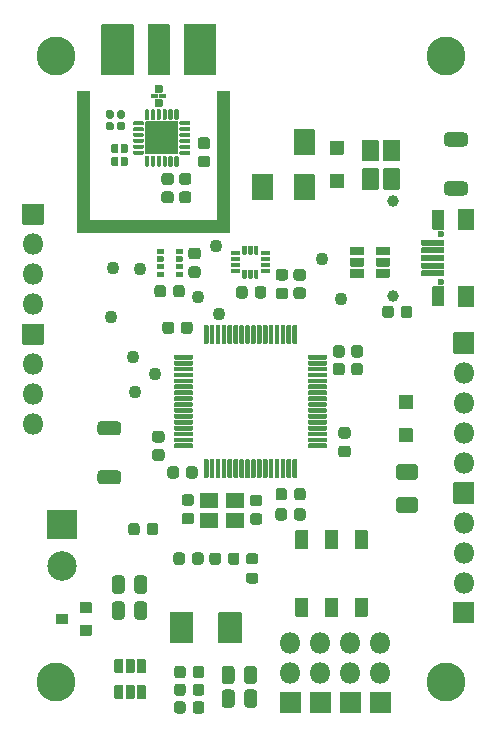
<source format=gbr>
G04 #@! TF.GenerationSoftware,KiCad,Pcbnew,(5.1.7)-1*
G04 #@! TF.CreationDate,2021-03-01T18:39:25+01:00*
G04 #@! TF.ProjectId,Zeggreus,5a656767-7265-4757-932e-6b696361645f,rev?*
G04 #@! TF.SameCoordinates,Original*
G04 #@! TF.FileFunction,Soldermask,Top*
G04 #@! TF.FilePolarity,Negative*
%FSLAX46Y46*%
G04 Gerber Fmt 4.6, Leading zero omitted, Abs format (unit mm)*
G04 Created by KiCad (PCBNEW (5.1.7)-1) date 2021-03-01 18:39:25*
%MOMM*%
%LPD*%
G01*
G04 APERTURE LIST*
%ADD10C,0.100000*%
%ADD11O,1.800000X1.800000*%
%ADD12C,2.500000*%
%ADD13C,1.100000*%
%ADD14O,0.600000X0.600000*%
%ADD15C,3.300000*%
%ADD16C,1.000000*%
G04 APERTURE END LIST*
D10*
G36*
X134850000Y-74950000D02*
G01*
X145600000Y-74950000D01*
X145600000Y-64050000D01*
X146700000Y-64050000D01*
X146700000Y-76050000D01*
X133750000Y-76050000D01*
X133750000Y-64050000D01*
X134850000Y-64050000D01*
X134850000Y-74950000D01*
G37*
G36*
G01*
X135800000Y-92000000D02*
X137200000Y-92000000D01*
G75*
G02*
X137500000Y-92300000I0J-300000D01*
G01*
X137500000Y-92900000D01*
G75*
G02*
X137200000Y-93200000I-300000J0D01*
G01*
X135800000Y-93200000D01*
G75*
G02*
X135500000Y-92900000I0J300000D01*
G01*
X135500000Y-92300000D01*
G75*
G02*
X135800000Y-92000000I300000J0D01*
G01*
G37*
G36*
G01*
X135800000Y-96150000D02*
X137200000Y-96150000D01*
G75*
G02*
X137500000Y-96450000I0J-300000D01*
G01*
X137500000Y-97050000D01*
G75*
G02*
X137200000Y-97350000I-300000J0D01*
G01*
X135800000Y-97350000D01*
G75*
G02*
X135500000Y-97050000I0J300000D01*
G01*
X135500000Y-96450000D01*
G75*
G02*
X135800000Y-96150000I300000J0D01*
G01*
G37*
G36*
G01*
X157266000Y-108502000D02*
X157266000Y-107002000D01*
G75*
G02*
X157316000Y-106952000I50000J0D01*
G01*
X158316000Y-106952000D01*
G75*
G02*
X158366000Y-107002000I0J-50000D01*
G01*
X158366000Y-108502000D01*
G75*
G02*
X158316000Y-108552000I-50000J0D01*
G01*
X157316000Y-108552000D01*
G75*
G02*
X157266000Y-108502000I0J50000D01*
G01*
G37*
G36*
G01*
X152266000Y-108502000D02*
X152266000Y-107002000D01*
G75*
G02*
X152316000Y-106952000I50000J0D01*
G01*
X153316000Y-106952000D01*
G75*
G02*
X153366000Y-107002000I0J-50000D01*
G01*
X153366000Y-108502000D01*
G75*
G02*
X153316000Y-108552000I-50000J0D01*
G01*
X152316000Y-108552000D01*
G75*
G02*
X152266000Y-108502000I0J50000D01*
G01*
G37*
G36*
G01*
X152266000Y-102782000D02*
X152266000Y-101282000D01*
G75*
G02*
X152316000Y-101232000I50000J0D01*
G01*
X153316000Y-101232000D01*
G75*
G02*
X153366000Y-101282000I0J-50000D01*
G01*
X153366000Y-102782000D01*
G75*
G02*
X153316000Y-102832000I-50000J0D01*
G01*
X152316000Y-102832000D01*
G75*
G02*
X152266000Y-102782000I0J50000D01*
G01*
G37*
G36*
G01*
X157266000Y-102782000D02*
X157266000Y-101282000D01*
G75*
G02*
X157316000Y-101232000I50000J0D01*
G01*
X158316000Y-101232000D01*
G75*
G02*
X158366000Y-101282000I0J-50000D01*
G01*
X158366000Y-102782000D01*
G75*
G02*
X158316000Y-102832000I-50000J0D01*
G01*
X157316000Y-102832000D01*
G75*
G02*
X157266000Y-102782000I0J50000D01*
G01*
G37*
G36*
G01*
X154766000Y-108502000D02*
X154766000Y-107002000D01*
G75*
G02*
X154816000Y-106952000I50000J0D01*
G01*
X155816000Y-106952000D01*
G75*
G02*
X155866000Y-107002000I0J-50000D01*
G01*
X155866000Y-108502000D01*
G75*
G02*
X155816000Y-108552000I-50000J0D01*
G01*
X154816000Y-108552000D01*
G75*
G02*
X154766000Y-108502000I0J50000D01*
G01*
G37*
G36*
G01*
X154766000Y-102782000D02*
X154766000Y-101282000D01*
G75*
G02*
X154816000Y-101232000I50000J0D01*
G01*
X155816000Y-101232000D01*
G75*
G02*
X155866000Y-101282000I0J-50000D01*
G01*
X155866000Y-102782000D01*
G75*
G02*
X155816000Y-102832000I-50000J0D01*
G01*
X154816000Y-102832000D01*
G75*
G02*
X154766000Y-102782000I0J50000D01*
G01*
G37*
G36*
G01*
X148300000Y-104850000D02*
X148900000Y-104850000D01*
G75*
G02*
X149125000Y-105075000I0J-225000D01*
G01*
X149125000Y-105525000D01*
G75*
G02*
X148900000Y-105750000I-225000J0D01*
G01*
X148300000Y-105750000D01*
G75*
G02*
X148075000Y-105525000I0J225000D01*
G01*
X148075000Y-105075000D01*
G75*
G02*
X148300000Y-104850000I225000J0D01*
G01*
G37*
G36*
G01*
X148300000Y-103200000D02*
X148900000Y-103200000D01*
G75*
G02*
X149125000Y-103425000I0J-225000D01*
G01*
X149125000Y-103875000D01*
G75*
G02*
X148900000Y-104100000I-225000J0D01*
G01*
X148300000Y-104100000D01*
G75*
G02*
X148075000Y-103875000I0J225000D01*
G01*
X148075000Y-103425000D01*
G75*
G02*
X148300000Y-103200000I225000J0D01*
G01*
G37*
D11*
X130050000Y-92260000D03*
X130050000Y-89720000D03*
X130050000Y-87180000D03*
G36*
G01*
X129150000Y-85490000D02*
X129150000Y-83790000D01*
G75*
G02*
X129200000Y-83740000I50000J0D01*
G01*
X130900000Y-83740000D01*
G75*
G02*
X130950000Y-83790000I0J-50000D01*
G01*
X130950000Y-85490000D01*
G75*
G02*
X130900000Y-85540000I-50000J0D01*
G01*
X129200000Y-85540000D01*
G75*
G02*
X129150000Y-85490000I0J50000D01*
G01*
G37*
G36*
G01*
X133000000Y-108350000D02*
X133000000Y-109150000D01*
G75*
G02*
X132950000Y-109200000I-50000J0D01*
G01*
X132050000Y-109200000D01*
G75*
G02*
X132000000Y-109150000I0J50000D01*
G01*
X132000000Y-108350000D01*
G75*
G02*
X132050000Y-108300000I50000J0D01*
G01*
X132950000Y-108300000D01*
G75*
G02*
X133000000Y-108350000I0J-50000D01*
G01*
G37*
G36*
G01*
X135000000Y-107400000D02*
X135000000Y-108200000D01*
G75*
G02*
X134950000Y-108250000I-50000J0D01*
G01*
X134050000Y-108250000D01*
G75*
G02*
X134000000Y-108200000I0J50000D01*
G01*
X134000000Y-107400000D01*
G75*
G02*
X134050000Y-107350000I50000J0D01*
G01*
X134950000Y-107350000D01*
G75*
G02*
X135000000Y-107400000I0J-50000D01*
G01*
G37*
G36*
G01*
X135000000Y-109300000D02*
X135000000Y-110100000D01*
G75*
G02*
X134950000Y-110150000I-50000J0D01*
G01*
X134050000Y-110150000D01*
G75*
G02*
X134000000Y-110100000I0J50000D01*
G01*
X134000000Y-109300000D01*
G75*
G02*
X134050000Y-109250000I50000J0D01*
G01*
X134950000Y-109250000D01*
G75*
G02*
X135000000Y-109300000I0J-50000D01*
G01*
G37*
G36*
G01*
X156300000Y-69450000D02*
X155200000Y-69450000D01*
G75*
G02*
X155150000Y-69400000I0J50000D01*
G01*
X155150000Y-68300000D01*
G75*
G02*
X155200000Y-68250000I50000J0D01*
G01*
X156300000Y-68250000D01*
G75*
G02*
X156350000Y-68300000I0J-50000D01*
G01*
X156350000Y-69400000D01*
G75*
G02*
X156300000Y-69450000I-50000J0D01*
G01*
G37*
G36*
G01*
X156300000Y-72250000D02*
X155200000Y-72250000D01*
G75*
G02*
X155150000Y-72200000I0J50000D01*
G01*
X155150000Y-71100000D01*
G75*
G02*
X155200000Y-71050000I50000J0D01*
G01*
X156300000Y-71050000D01*
G75*
G02*
X156350000Y-71100000I0J-50000D01*
G01*
X156350000Y-72200000D01*
G75*
G02*
X156300000Y-72250000I-50000J0D01*
G01*
G37*
G36*
G01*
X159750000Y-70600000D02*
X161050000Y-70600000D01*
G75*
G02*
X161100000Y-70650000I0J-50000D01*
G01*
X161100000Y-72350000D01*
G75*
G02*
X161050000Y-72400000I-50000J0D01*
G01*
X159750000Y-72400000D01*
G75*
G02*
X159700000Y-72350000I0J50000D01*
G01*
X159700000Y-70650000D01*
G75*
G02*
X159750000Y-70600000I50000J0D01*
G01*
G37*
G36*
G01*
X157950000Y-70600000D02*
X159250000Y-70600000D01*
G75*
G02*
X159300000Y-70650000I0J-50000D01*
G01*
X159300000Y-72350000D01*
G75*
G02*
X159250000Y-72400000I-50000J0D01*
G01*
X157950000Y-72400000D01*
G75*
G02*
X157900000Y-72350000I0J50000D01*
G01*
X157900000Y-70650000D01*
G75*
G02*
X157950000Y-70600000I50000J0D01*
G01*
G37*
G36*
G01*
X159750000Y-68200000D02*
X161050000Y-68200000D01*
G75*
G02*
X161100000Y-68250000I0J-50000D01*
G01*
X161100000Y-69950000D01*
G75*
G02*
X161050000Y-70000000I-50000J0D01*
G01*
X159750000Y-70000000D01*
G75*
G02*
X159700000Y-69950000I0J50000D01*
G01*
X159700000Y-68250000D01*
G75*
G02*
X159750000Y-68200000I50000J0D01*
G01*
G37*
G36*
G01*
X157950000Y-68200000D02*
X159250000Y-68200000D01*
G75*
G02*
X159300000Y-68250000I0J-50000D01*
G01*
X159300000Y-69950000D01*
G75*
G02*
X159250000Y-70000000I-50000J0D01*
G01*
X157950000Y-70000000D01*
G75*
G02*
X157900000Y-69950000I0J50000D01*
G01*
X157900000Y-68250000D01*
G75*
G02*
X157950000Y-68200000I50000J0D01*
G01*
G37*
G36*
G01*
X137460000Y-69220000D02*
X137460000Y-68620000D01*
G75*
G02*
X137510000Y-68570000I50000J0D01*
G01*
X138010000Y-68570000D01*
G75*
G02*
X138060000Y-68620000I0J-50000D01*
G01*
X138060000Y-69220000D01*
G75*
G02*
X138010000Y-69270000I-50000J0D01*
G01*
X137510000Y-69270000D01*
G75*
G02*
X137460000Y-69220000I0J50000D01*
G01*
G37*
G36*
G01*
X137460000Y-70320000D02*
X137460000Y-69720000D01*
G75*
G02*
X137510000Y-69670000I50000J0D01*
G01*
X138010000Y-69670000D01*
G75*
G02*
X138060000Y-69720000I0J-50000D01*
G01*
X138060000Y-70320000D01*
G75*
G02*
X138010000Y-70370000I-50000J0D01*
G01*
X137510000Y-70370000D01*
G75*
G02*
X137460000Y-70320000I0J50000D01*
G01*
G37*
G36*
G01*
X136660000Y-70320000D02*
X136660000Y-69720000D01*
G75*
G02*
X136710000Y-69670000I50000J0D01*
G01*
X137210000Y-69670000D01*
G75*
G02*
X137260000Y-69720000I0J-50000D01*
G01*
X137260000Y-70320000D01*
G75*
G02*
X137210000Y-70370000I-50000J0D01*
G01*
X136710000Y-70370000D01*
G75*
G02*
X136660000Y-70320000I0J50000D01*
G01*
G37*
G36*
G01*
X136660000Y-69220000D02*
X136660000Y-68620000D01*
G75*
G02*
X136710000Y-68570000I50000J0D01*
G01*
X137210000Y-68570000D01*
G75*
G02*
X137260000Y-68620000I0J-50000D01*
G01*
X137260000Y-69220000D01*
G75*
G02*
X137210000Y-69270000I-50000J0D01*
G01*
X136710000Y-69270000D01*
G75*
G02*
X136660000Y-69220000I0J50000D01*
G01*
G37*
D12*
X132500000Y-104250000D03*
G36*
G01*
X131300000Y-99500000D02*
X133700000Y-99500000D01*
G75*
G02*
X133750000Y-99550000I0J-50000D01*
G01*
X133750000Y-101950000D01*
G75*
G02*
X133700000Y-102000000I-50000J0D01*
G01*
X131300000Y-102000000D01*
G75*
G02*
X131250000Y-101950000I0J50000D01*
G01*
X131250000Y-99550000D01*
G75*
G02*
X131300000Y-99500000I50000J0D01*
G01*
G37*
D13*
X138650000Y-89500000D03*
X136800000Y-79050000D03*
X136650000Y-83150000D03*
X138550000Y-86550000D03*
X139100000Y-79100000D03*
X140350000Y-88000000D03*
X145800000Y-82900000D03*
X156100000Y-81650000D03*
X144000000Y-81450000D03*
X154500000Y-78300000D03*
X145550000Y-77150000D03*
G36*
G01*
X165616000Y-86242000D02*
X165616000Y-84542000D01*
G75*
G02*
X165666000Y-84492000I50000J0D01*
G01*
X167366000Y-84492000D01*
G75*
G02*
X167416000Y-84542000I0J-50000D01*
G01*
X167416000Y-86242000D01*
G75*
G02*
X167366000Y-86292000I-50000J0D01*
G01*
X165666000Y-86292000D01*
G75*
G02*
X165616000Y-86242000I0J50000D01*
G01*
G37*
G36*
G01*
X152341000Y-80667000D02*
X152891000Y-80667000D01*
G75*
G02*
X153141000Y-80917000I0J-250000D01*
G01*
X153141000Y-81417000D01*
G75*
G02*
X152891000Y-81667000I-250000J0D01*
G01*
X152341000Y-81667000D01*
G75*
G02*
X152091000Y-81417000I0J250000D01*
G01*
X152091000Y-80917000D01*
G75*
G02*
X152341000Y-80667000I250000J0D01*
G01*
G37*
G36*
G01*
X152341000Y-79117000D02*
X152891000Y-79117000D01*
G75*
G02*
X153141000Y-79367000I0J-250000D01*
G01*
X153141000Y-79867000D01*
G75*
G02*
X152891000Y-80117000I-250000J0D01*
G01*
X152341000Y-80117000D01*
G75*
G02*
X152091000Y-79867000I0J250000D01*
G01*
X152091000Y-79367000D01*
G75*
G02*
X152341000Y-79117000I250000J0D01*
G01*
G37*
G36*
G01*
X165150000Y-67550000D02*
X166550000Y-67550000D01*
G75*
G02*
X166850000Y-67850000I0J-300000D01*
G01*
X166850000Y-68450000D01*
G75*
G02*
X166550000Y-68750000I-300000J0D01*
G01*
X165150000Y-68750000D01*
G75*
G02*
X164850000Y-68450000I0J300000D01*
G01*
X164850000Y-67850000D01*
G75*
G02*
X165150000Y-67550000I300000J0D01*
G01*
G37*
G36*
G01*
X165150000Y-71700000D02*
X166550000Y-71700000D01*
G75*
G02*
X166850000Y-72000000I0J-300000D01*
G01*
X166850000Y-72600000D01*
G75*
G02*
X166550000Y-72900000I-300000J0D01*
G01*
X165150000Y-72900000D01*
G75*
G02*
X164850000Y-72600000I0J300000D01*
G01*
X164850000Y-72000000D01*
G75*
G02*
X165150000Y-71700000I300000J0D01*
G01*
G37*
G36*
G01*
X138527636Y-62687000D02*
X135862636Y-62687000D01*
G75*
G02*
X135812636Y-62637000I0J50000D01*
G01*
X135812636Y-58447000D01*
G75*
G02*
X135862636Y-58397000I50000J0D01*
G01*
X138527636Y-58397000D01*
G75*
G02*
X138577636Y-58447000I0J-50000D01*
G01*
X138577636Y-62637000D01*
G75*
G02*
X138527636Y-62687000I-50000J0D01*
G01*
G37*
G36*
G01*
X141577636Y-62687000D02*
X139797636Y-62687000D01*
G75*
G02*
X139747636Y-62637000I0J50000D01*
G01*
X139747636Y-58447000D01*
G75*
G02*
X139797636Y-58397000I50000J0D01*
G01*
X141577636Y-58397000D01*
G75*
G02*
X141627636Y-58447000I0J-50000D01*
G01*
X141627636Y-62637000D01*
G75*
G02*
X141577636Y-62687000I-50000J0D01*
G01*
G37*
G36*
G01*
X145512636Y-62687000D02*
X142847636Y-62687000D01*
G75*
G02*
X142797636Y-62637000I0J50000D01*
G01*
X142797636Y-58447000D01*
G75*
G02*
X142847636Y-58397000I50000J0D01*
G01*
X145512636Y-58397000D01*
G75*
G02*
X145562636Y-58447000I0J-50000D01*
G01*
X145562636Y-62637000D01*
G75*
G02*
X145512636Y-62687000I-50000J0D01*
G01*
G37*
D11*
X130050000Y-82100000D03*
X130050000Y-79560000D03*
X130050000Y-77020000D03*
G36*
G01*
X129150000Y-75330000D02*
X129150000Y-73630000D01*
G75*
G02*
X129200000Y-73580000I50000J0D01*
G01*
X130900000Y-73580000D01*
G75*
G02*
X130950000Y-73630000I0J-50000D01*
G01*
X130950000Y-75330000D01*
G75*
G02*
X130900000Y-75380000I-50000J0D01*
G01*
X129200000Y-75380000D01*
G75*
G02*
X129150000Y-75330000I0J50000D01*
G01*
G37*
G36*
G01*
X158046000Y-78217000D02*
X158046000Y-78867000D01*
G75*
G02*
X157996000Y-78917000I-50000J0D01*
G01*
X156936000Y-78917000D01*
G75*
G02*
X156886000Y-78867000I0J50000D01*
G01*
X156886000Y-78217000D01*
G75*
G02*
X156936000Y-78167000I50000J0D01*
G01*
X157996000Y-78167000D01*
G75*
G02*
X158046000Y-78217000I0J-50000D01*
G01*
G37*
G36*
G01*
X158046000Y-79167000D02*
X158046000Y-79817000D01*
G75*
G02*
X157996000Y-79867000I-50000J0D01*
G01*
X156936000Y-79867000D01*
G75*
G02*
X156886000Y-79817000I0J50000D01*
G01*
X156886000Y-79167000D01*
G75*
G02*
X156936000Y-79117000I50000J0D01*
G01*
X157996000Y-79117000D01*
G75*
G02*
X158046000Y-79167000I0J-50000D01*
G01*
G37*
G36*
G01*
X158046000Y-77267000D02*
X158046000Y-77917000D01*
G75*
G02*
X157996000Y-77967000I-50000J0D01*
G01*
X156936000Y-77967000D01*
G75*
G02*
X156886000Y-77917000I0J50000D01*
G01*
X156886000Y-77267000D01*
G75*
G02*
X156936000Y-77217000I50000J0D01*
G01*
X157996000Y-77217000D01*
G75*
G02*
X158046000Y-77267000I0J-50000D01*
G01*
G37*
G36*
G01*
X160246000Y-77267000D02*
X160246000Y-77917000D01*
G75*
G02*
X160196000Y-77967000I-50000J0D01*
G01*
X159136000Y-77967000D01*
G75*
G02*
X159086000Y-77917000I0J50000D01*
G01*
X159086000Y-77267000D01*
G75*
G02*
X159136000Y-77217000I50000J0D01*
G01*
X160196000Y-77217000D01*
G75*
G02*
X160246000Y-77267000I0J-50000D01*
G01*
G37*
G36*
G01*
X160246000Y-78217000D02*
X160246000Y-78867000D01*
G75*
G02*
X160196000Y-78917000I-50000J0D01*
G01*
X159136000Y-78917000D01*
G75*
G02*
X159086000Y-78867000I0J50000D01*
G01*
X159086000Y-78217000D01*
G75*
G02*
X159136000Y-78167000I50000J0D01*
G01*
X160196000Y-78167000D01*
G75*
G02*
X160246000Y-78217000I0J-50000D01*
G01*
G37*
G36*
G01*
X160246000Y-79167000D02*
X160246000Y-79817000D01*
G75*
G02*
X160196000Y-79867000I-50000J0D01*
G01*
X159136000Y-79867000D01*
G75*
G02*
X159086000Y-79817000I0J50000D01*
G01*
X159086000Y-79167000D01*
G75*
G02*
X159136000Y-79117000I50000J0D01*
G01*
X160196000Y-79117000D01*
G75*
G02*
X160246000Y-79167000I0J-50000D01*
G01*
G37*
G36*
G01*
X141287636Y-64670681D02*
X140787636Y-64670681D01*
G75*
G02*
X140737636Y-64620681I0J50000D01*
G01*
X140737636Y-64320681D01*
G75*
G02*
X140787636Y-64270681I50000J0D01*
G01*
X141287636Y-64270681D01*
G75*
G02*
X141337636Y-64320681I0J-50000D01*
G01*
X141337636Y-64620681D01*
G75*
G02*
X141287636Y-64670681I-50000J0D01*
G01*
G37*
G36*
G01*
X140962636Y-65395681D02*
X140412636Y-65395681D01*
G75*
G02*
X140362636Y-65345681I0J50000D01*
G01*
X140362636Y-64795681D01*
G75*
G02*
X140412636Y-64745681I50000J0D01*
G01*
X140962636Y-64745681D01*
G75*
G02*
X141012636Y-64795681I0J-50000D01*
G01*
X141012636Y-65345681D01*
G75*
G02*
X140962636Y-65395681I-50000J0D01*
G01*
G37*
G36*
G01*
X140962636Y-64195681D02*
X140412636Y-64195681D01*
G75*
G02*
X140362636Y-64145681I0J50000D01*
G01*
X140362636Y-63595681D01*
G75*
G02*
X140412636Y-63545681I50000J0D01*
G01*
X140962636Y-63545681D01*
G75*
G02*
X141012636Y-63595681I0J-50000D01*
G01*
X141012636Y-64145681D01*
G75*
G02*
X140962636Y-64195681I-50000J0D01*
G01*
G37*
G36*
G01*
X140587636Y-64670681D02*
X140087636Y-64670681D01*
G75*
G02*
X140037636Y-64620681I0J50000D01*
G01*
X140037636Y-64320681D01*
G75*
G02*
X140087636Y-64270681I50000J0D01*
G01*
X140587636Y-64270681D01*
G75*
G02*
X140637636Y-64320681I0J-50000D01*
G01*
X140637636Y-64620681D01*
G75*
G02*
X140587636Y-64670681I-50000J0D01*
G01*
G37*
G36*
G01*
X139536000Y-69372000D02*
X139536000Y-66672000D01*
G75*
G02*
X139586000Y-66622000I50000J0D01*
G01*
X142286000Y-66622000D01*
G75*
G02*
X142336000Y-66672000I0J-50000D01*
G01*
X142336000Y-69372000D01*
G75*
G02*
X142286000Y-69422000I-50000J0D01*
G01*
X139586000Y-69422000D01*
G75*
G02*
X139536000Y-69372000I0J50000D01*
G01*
G37*
G36*
G01*
X139511000Y-66434500D02*
X139511000Y-65684500D01*
G75*
G02*
X139598500Y-65597000I87500J0D01*
G01*
X139773500Y-65597000D01*
G75*
G02*
X139861000Y-65684500I0J-87500D01*
G01*
X139861000Y-66434500D01*
G75*
G02*
X139773500Y-66522000I-87500J0D01*
G01*
X139598500Y-66522000D01*
G75*
G02*
X139511000Y-66434500I0J87500D01*
G01*
G37*
G36*
G01*
X140011000Y-66434500D02*
X140011000Y-65684500D01*
G75*
G02*
X140098500Y-65597000I87500J0D01*
G01*
X140273500Y-65597000D01*
G75*
G02*
X140361000Y-65684500I0J-87500D01*
G01*
X140361000Y-66434500D01*
G75*
G02*
X140273500Y-66522000I-87500J0D01*
G01*
X140098500Y-66522000D01*
G75*
G02*
X140011000Y-66434500I0J87500D01*
G01*
G37*
G36*
G01*
X140511000Y-66434500D02*
X140511000Y-65684500D01*
G75*
G02*
X140598500Y-65597000I87500J0D01*
G01*
X140773500Y-65597000D01*
G75*
G02*
X140861000Y-65684500I0J-87500D01*
G01*
X140861000Y-66434500D01*
G75*
G02*
X140773500Y-66522000I-87500J0D01*
G01*
X140598500Y-66522000D01*
G75*
G02*
X140511000Y-66434500I0J87500D01*
G01*
G37*
G36*
G01*
X141011000Y-66434500D02*
X141011000Y-65684500D01*
G75*
G02*
X141098500Y-65597000I87500J0D01*
G01*
X141273500Y-65597000D01*
G75*
G02*
X141361000Y-65684500I0J-87500D01*
G01*
X141361000Y-66434500D01*
G75*
G02*
X141273500Y-66522000I-87500J0D01*
G01*
X141098500Y-66522000D01*
G75*
G02*
X141011000Y-66434500I0J87500D01*
G01*
G37*
G36*
G01*
X141511000Y-66434500D02*
X141511000Y-65684500D01*
G75*
G02*
X141598500Y-65597000I87500J0D01*
G01*
X141773500Y-65597000D01*
G75*
G02*
X141861000Y-65684500I0J-87500D01*
G01*
X141861000Y-66434500D01*
G75*
G02*
X141773500Y-66522000I-87500J0D01*
G01*
X141598500Y-66522000D01*
G75*
G02*
X141511000Y-66434500I0J87500D01*
G01*
G37*
G36*
G01*
X142011000Y-66434500D02*
X142011000Y-65684500D01*
G75*
G02*
X142098500Y-65597000I87500J0D01*
G01*
X142273500Y-65597000D01*
G75*
G02*
X142361000Y-65684500I0J-87500D01*
G01*
X142361000Y-66434500D01*
G75*
G02*
X142273500Y-66522000I-87500J0D01*
G01*
X142098500Y-66522000D01*
G75*
G02*
X142011000Y-66434500I0J87500D01*
G01*
G37*
G36*
G01*
X142436000Y-66859500D02*
X142436000Y-66684500D01*
G75*
G02*
X142523500Y-66597000I87500J0D01*
G01*
X143273500Y-66597000D01*
G75*
G02*
X143361000Y-66684500I0J-87500D01*
G01*
X143361000Y-66859500D01*
G75*
G02*
X143273500Y-66947000I-87500J0D01*
G01*
X142523500Y-66947000D01*
G75*
G02*
X142436000Y-66859500I0J87500D01*
G01*
G37*
G36*
G01*
X142436000Y-67359500D02*
X142436000Y-67184500D01*
G75*
G02*
X142523500Y-67097000I87500J0D01*
G01*
X143273500Y-67097000D01*
G75*
G02*
X143361000Y-67184500I0J-87500D01*
G01*
X143361000Y-67359500D01*
G75*
G02*
X143273500Y-67447000I-87500J0D01*
G01*
X142523500Y-67447000D01*
G75*
G02*
X142436000Y-67359500I0J87500D01*
G01*
G37*
G36*
G01*
X142436000Y-67859500D02*
X142436000Y-67684500D01*
G75*
G02*
X142523500Y-67597000I87500J0D01*
G01*
X143273500Y-67597000D01*
G75*
G02*
X143361000Y-67684500I0J-87500D01*
G01*
X143361000Y-67859500D01*
G75*
G02*
X143273500Y-67947000I-87500J0D01*
G01*
X142523500Y-67947000D01*
G75*
G02*
X142436000Y-67859500I0J87500D01*
G01*
G37*
G36*
G01*
X142436000Y-68359500D02*
X142436000Y-68184500D01*
G75*
G02*
X142523500Y-68097000I87500J0D01*
G01*
X143273500Y-68097000D01*
G75*
G02*
X143361000Y-68184500I0J-87500D01*
G01*
X143361000Y-68359500D01*
G75*
G02*
X143273500Y-68447000I-87500J0D01*
G01*
X142523500Y-68447000D01*
G75*
G02*
X142436000Y-68359500I0J87500D01*
G01*
G37*
G36*
G01*
X142436000Y-68859500D02*
X142436000Y-68684500D01*
G75*
G02*
X142523500Y-68597000I87500J0D01*
G01*
X143273500Y-68597000D01*
G75*
G02*
X143361000Y-68684500I0J-87500D01*
G01*
X143361000Y-68859500D01*
G75*
G02*
X143273500Y-68947000I-87500J0D01*
G01*
X142523500Y-68947000D01*
G75*
G02*
X142436000Y-68859500I0J87500D01*
G01*
G37*
G36*
G01*
X142436000Y-69359500D02*
X142436000Y-69184500D01*
G75*
G02*
X142523500Y-69097000I87500J0D01*
G01*
X143273500Y-69097000D01*
G75*
G02*
X143361000Y-69184500I0J-87500D01*
G01*
X143361000Y-69359500D01*
G75*
G02*
X143273500Y-69447000I-87500J0D01*
G01*
X142523500Y-69447000D01*
G75*
G02*
X142436000Y-69359500I0J87500D01*
G01*
G37*
G36*
G01*
X142011000Y-70359500D02*
X142011000Y-69609500D01*
G75*
G02*
X142098500Y-69522000I87500J0D01*
G01*
X142273500Y-69522000D01*
G75*
G02*
X142361000Y-69609500I0J-87500D01*
G01*
X142361000Y-70359500D01*
G75*
G02*
X142273500Y-70447000I-87500J0D01*
G01*
X142098500Y-70447000D01*
G75*
G02*
X142011000Y-70359500I0J87500D01*
G01*
G37*
G36*
G01*
X141511000Y-70359500D02*
X141511000Y-69609500D01*
G75*
G02*
X141598500Y-69522000I87500J0D01*
G01*
X141773500Y-69522000D01*
G75*
G02*
X141861000Y-69609500I0J-87500D01*
G01*
X141861000Y-70359500D01*
G75*
G02*
X141773500Y-70447000I-87500J0D01*
G01*
X141598500Y-70447000D01*
G75*
G02*
X141511000Y-70359500I0J87500D01*
G01*
G37*
G36*
G01*
X141011000Y-70359500D02*
X141011000Y-69609500D01*
G75*
G02*
X141098500Y-69522000I87500J0D01*
G01*
X141273500Y-69522000D01*
G75*
G02*
X141361000Y-69609500I0J-87500D01*
G01*
X141361000Y-70359500D01*
G75*
G02*
X141273500Y-70447000I-87500J0D01*
G01*
X141098500Y-70447000D01*
G75*
G02*
X141011000Y-70359500I0J87500D01*
G01*
G37*
G36*
G01*
X140511000Y-70359500D02*
X140511000Y-69609500D01*
G75*
G02*
X140598500Y-69522000I87500J0D01*
G01*
X140773500Y-69522000D01*
G75*
G02*
X140861000Y-69609500I0J-87500D01*
G01*
X140861000Y-70359500D01*
G75*
G02*
X140773500Y-70447000I-87500J0D01*
G01*
X140598500Y-70447000D01*
G75*
G02*
X140511000Y-70359500I0J87500D01*
G01*
G37*
G36*
G01*
X140011000Y-70359500D02*
X140011000Y-69609500D01*
G75*
G02*
X140098500Y-69522000I87500J0D01*
G01*
X140273500Y-69522000D01*
G75*
G02*
X140361000Y-69609500I0J-87500D01*
G01*
X140361000Y-70359500D01*
G75*
G02*
X140273500Y-70447000I-87500J0D01*
G01*
X140098500Y-70447000D01*
G75*
G02*
X140011000Y-70359500I0J87500D01*
G01*
G37*
G36*
G01*
X139511000Y-70359500D02*
X139511000Y-69609500D01*
G75*
G02*
X139598500Y-69522000I87500J0D01*
G01*
X139773500Y-69522000D01*
G75*
G02*
X139861000Y-69609500I0J-87500D01*
G01*
X139861000Y-70359500D01*
G75*
G02*
X139773500Y-70447000I-87500J0D01*
G01*
X139598500Y-70447000D01*
G75*
G02*
X139511000Y-70359500I0J87500D01*
G01*
G37*
G36*
G01*
X138511000Y-69359500D02*
X138511000Y-69184500D01*
G75*
G02*
X138598500Y-69097000I87500J0D01*
G01*
X139348500Y-69097000D01*
G75*
G02*
X139436000Y-69184500I0J-87500D01*
G01*
X139436000Y-69359500D01*
G75*
G02*
X139348500Y-69447000I-87500J0D01*
G01*
X138598500Y-69447000D01*
G75*
G02*
X138511000Y-69359500I0J87500D01*
G01*
G37*
G36*
G01*
X138511000Y-68859500D02*
X138511000Y-68684500D01*
G75*
G02*
X138598500Y-68597000I87500J0D01*
G01*
X139348500Y-68597000D01*
G75*
G02*
X139436000Y-68684500I0J-87500D01*
G01*
X139436000Y-68859500D01*
G75*
G02*
X139348500Y-68947000I-87500J0D01*
G01*
X138598500Y-68947000D01*
G75*
G02*
X138511000Y-68859500I0J87500D01*
G01*
G37*
G36*
G01*
X138511000Y-68359500D02*
X138511000Y-68184500D01*
G75*
G02*
X138598500Y-68097000I87500J0D01*
G01*
X139348500Y-68097000D01*
G75*
G02*
X139436000Y-68184500I0J-87500D01*
G01*
X139436000Y-68359500D01*
G75*
G02*
X139348500Y-68447000I-87500J0D01*
G01*
X138598500Y-68447000D01*
G75*
G02*
X138511000Y-68359500I0J87500D01*
G01*
G37*
G36*
G01*
X138511000Y-67859500D02*
X138511000Y-67684500D01*
G75*
G02*
X138598500Y-67597000I87500J0D01*
G01*
X139348500Y-67597000D01*
G75*
G02*
X139436000Y-67684500I0J-87500D01*
G01*
X139436000Y-67859500D01*
G75*
G02*
X139348500Y-67947000I-87500J0D01*
G01*
X138598500Y-67947000D01*
G75*
G02*
X138511000Y-67859500I0J87500D01*
G01*
G37*
G36*
G01*
X138511000Y-67359500D02*
X138511000Y-67184500D01*
G75*
G02*
X138598500Y-67097000I87500J0D01*
G01*
X139348500Y-67097000D01*
G75*
G02*
X139436000Y-67184500I0J-87500D01*
G01*
X139436000Y-67359500D01*
G75*
G02*
X139348500Y-67447000I-87500J0D01*
G01*
X138598500Y-67447000D01*
G75*
G02*
X138511000Y-67359500I0J87500D01*
G01*
G37*
G36*
G01*
X138511000Y-66859500D02*
X138511000Y-66684500D01*
G75*
G02*
X138598500Y-66597000I87500J0D01*
G01*
X139348500Y-66597000D01*
G75*
G02*
X139436000Y-66684500I0J-87500D01*
G01*
X139436000Y-66859500D01*
G75*
G02*
X139348500Y-66947000I-87500J0D01*
G01*
X138598500Y-66947000D01*
G75*
G02*
X138511000Y-66859500I0J87500D01*
G01*
G37*
G36*
G01*
X136866000Y-65827000D02*
X136866000Y-66217000D01*
G75*
G02*
X136701000Y-66382000I-165000J0D01*
G01*
X136371000Y-66382000D01*
G75*
G02*
X136206000Y-66217000I0J165000D01*
G01*
X136206000Y-65827000D01*
G75*
G02*
X136371000Y-65662000I165000J0D01*
G01*
X136701000Y-65662000D01*
G75*
G02*
X136866000Y-65827000I0J-165000D01*
G01*
G37*
G36*
G01*
X137826000Y-65827000D02*
X137826000Y-66217000D01*
G75*
G02*
X137661000Y-66382000I-165000J0D01*
G01*
X137331000Y-66382000D01*
G75*
G02*
X137166000Y-66217000I0J165000D01*
G01*
X137166000Y-65827000D01*
G75*
G02*
X137331000Y-65662000I165000J0D01*
G01*
X137661000Y-65662000D01*
G75*
G02*
X137826000Y-65827000I0J-165000D01*
G01*
G37*
G36*
G01*
X142661000Y-72547000D02*
X143211000Y-72547000D01*
G75*
G02*
X143461000Y-72797000I0J-250000D01*
G01*
X143461000Y-73297000D01*
G75*
G02*
X143211000Y-73547000I-250000J0D01*
G01*
X142661000Y-73547000D01*
G75*
G02*
X142411000Y-73297000I0J250000D01*
G01*
X142411000Y-72797000D01*
G75*
G02*
X142661000Y-72547000I250000J0D01*
G01*
G37*
G36*
G01*
X142661000Y-70997000D02*
X143211000Y-70997000D01*
G75*
G02*
X143461000Y-71247000I0J-250000D01*
G01*
X143461000Y-71747000D01*
G75*
G02*
X143211000Y-71997000I-250000J0D01*
G01*
X142661000Y-71997000D01*
G75*
G02*
X142411000Y-71747000I0J250000D01*
G01*
X142411000Y-71247000D01*
G75*
G02*
X142661000Y-70997000I250000J0D01*
G01*
G37*
G36*
G01*
X141161000Y-72547000D02*
X141711000Y-72547000D01*
G75*
G02*
X141961000Y-72797000I0J-250000D01*
G01*
X141961000Y-73297000D01*
G75*
G02*
X141711000Y-73547000I-250000J0D01*
G01*
X141161000Y-73547000D01*
G75*
G02*
X140911000Y-73297000I0J250000D01*
G01*
X140911000Y-72797000D01*
G75*
G02*
X141161000Y-72547000I250000J0D01*
G01*
G37*
G36*
G01*
X141161000Y-70997000D02*
X141711000Y-70997000D01*
G75*
G02*
X141961000Y-71247000I0J-250000D01*
G01*
X141961000Y-71747000D01*
G75*
G02*
X141711000Y-71997000I-250000J0D01*
G01*
X141161000Y-71997000D01*
G75*
G02*
X140911000Y-71747000I0J250000D01*
G01*
X140911000Y-71247000D01*
G75*
G02*
X141161000Y-70997000I250000J0D01*
G01*
G37*
G36*
G01*
X144241000Y-69522000D02*
X144791000Y-69522000D01*
G75*
G02*
X145041000Y-69772000I0J-250000D01*
G01*
X145041000Y-70272000D01*
G75*
G02*
X144791000Y-70522000I-250000J0D01*
G01*
X144241000Y-70522000D01*
G75*
G02*
X143991000Y-70272000I0J250000D01*
G01*
X143991000Y-69772000D01*
G75*
G02*
X144241000Y-69522000I250000J0D01*
G01*
G37*
G36*
G01*
X144241000Y-67972000D02*
X144791000Y-67972000D01*
G75*
G02*
X145041000Y-68222000I0J-250000D01*
G01*
X145041000Y-68722000D01*
G75*
G02*
X144791000Y-68972000I-250000J0D01*
G01*
X144241000Y-68972000D01*
G75*
G02*
X143991000Y-68722000I0J250000D01*
G01*
X143991000Y-68222000D01*
G75*
G02*
X144241000Y-67972000I250000J0D01*
G01*
G37*
G36*
G01*
X137166000Y-67217000D02*
X137166000Y-66827000D01*
G75*
G02*
X137331000Y-66662000I165000J0D01*
G01*
X137661000Y-66662000D01*
G75*
G02*
X137826000Y-66827000I0J-165000D01*
G01*
X137826000Y-67217000D01*
G75*
G02*
X137661000Y-67382000I-165000J0D01*
G01*
X137331000Y-67382000D01*
G75*
G02*
X137166000Y-67217000I0J165000D01*
G01*
G37*
G36*
G01*
X136206000Y-67217000D02*
X136206000Y-66827000D01*
G75*
G02*
X136371000Y-66662000I165000J0D01*
G01*
X136701000Y-66662000D01*
G75*
G02*
X136866000Y-66827000I0J-165000D01*
G01*
X136866000Y-67217000D01*
G75*
G02*
X136701000Y-67382000I-165000J0D01*
G01*
X136371000Y-67382000D01*
G75*
G02*
X136206000Y-67217000I0J165000D01*
G01*
G37*
X166516000Y-100592000D03*
X166516000Y-103132000D03*
X166516000Y-105672000D03*
G36*
G01*
X167416000Y-107362000D02*
X167416000Y-109062000D01*
G75*
G02*
X167366000Y-109112000I-50000J0D01*
G01*
X165666000Y-109112000D01*
G75*
G02*
X165616000Y-109062000I0J50000D01*
G01*
X165616000Y-107362000D01*
G75*
G02*
X165666000Y-107312000I50000J0D01*
G01*
X167366000Y-107312000D01*
G75*
G02*
X167416000Y-107362000I0J-50000D01*
G01*
G37*
X166516000Y-87932000D03*
X166516000Y-90472000D03*
X166516000Y-93012000D03*
X166516000Y-95552000D03*
G36*
G01*
X167416000Y-97242000D02*
X167416000Y-98942000D01*
G75*
G02*
X167366000Y-98992000I-50000J0D01*
G01*
X165666000Y-98992000D01*
G75*
G02*
X165616000Y-98942000I0J50000D01*
G01*
X165616000Y-97242000D01*
G75*
G02*
X165666000Y-97192000I50000J0D01*
G01*
X167366000Y-97192000D01*
G75*
G02*
X167416000Y-97242000I0J-50000D01*
G01*
G37*
G36*
G01*
X164816000Y-79742000D02*
X162966000Y-79742000D01*
G75*
G02*
X162916000Y-79692000I0J50000D01*
G01*
X162916000Y-79292000D01*
G75*
G02*
X162966000Y-79242000I50000J0D01*
G01*
X164816000Y-79242000D01*
G75*
G02*
X164866000Y-79292000I0J-50000D01*
G01*
X164866000Y-79692000D01*
G75*
G02*
X164816000Y-79742000I-50000J0D01*
G01*
G37*
G36*
G01*
X164816000Y-79092000D02*
X162966000Y-79092000D01*
G75*
G02*
X162916000Y-79042000I0J50000D01*
G01*
X162916000Y-78642000D01*
G75*
G02*
X162966000Y-78592000I50000J0D01*
G01*
X164816000Y-78592000D01*
G75*
G02*
X164866000Y-78642000I0J-50000D01*
G01*
X164866000Y-79042000D01*
G75*
G02*
X164816000Y-79092000I-50000J0D01*
G01*
G37*
G36*
G01*
X164816000Y-77142000D02*
X162966000Y-77142000D01*
G75*
G02*
X162916000Y-77092000I0J50000D01*
G01*
X162916000Y-76692000D01*
G75*
G02*
X162966000Y-76642000I50000J0D01*
G01*
X164816000Y-76642000D01*
G75*
G02*
X164866000Y-76692000I0J-50000D01*
G01*
X164866000Y-77092000D01*
G75*
G02*
X164816000Y-77142000I-50000J0D01*
G01*
G37*
G36*
G01*
X164816000Y-77792000D02*
X162966000Y-77792000D01*
G75*
G02*
X162916000Y-77742000I0J50000D01*
G01*
X162916000Y-77342000D01*
G75*
G02*
X162966000Y-77292000I50000J0D01*
G01*
X164816000Y-77292000D01*
G75*
G02*
X164866000Y-77342000I0J-50000D01*
G01*
X164866000Y-77742000D01*
G75*
G02*
X164816000Y-77792000I-50000J0D01*
G01*
G37*
G36*
G01*
X164816000Y-82292000D02*
X163916000Y-82292000D01*
G75*
G02*
X163866000Y-82242000I0J50000D01*
G01*
X163866000Y-80617000D01*
G75*
G02*
X163916000Y-80567000I50000J0D01*
G01*
X164816000Y-80567000D01*
G75*
G02*
X164866000Y-80617000I0J-50000D01*
G01*
X164866000Y-82242000D01*
G75*
G02*
X164816000Y-82292000I-50000J0D01*
G01*
G37*
G36*
G01*
X164816000Y-75817000D02*
X163916000Y-75817000D01*
G75*
G02*
X163866000Y-75767000I0J50000D01*
G01*
X163866000Y-74142000D01*
G75*
G02*
X163916000Y-74092000I50000J0D01*
G01*
X164816000Y-74092000D01*
G75*
G02*
X164866000Y-74142000I0J-50000D01*
G01*
X164866000Y-75767000D01*
G75*
G02*
X164816000Y-75817000I-50000J0D01*
G01*
G37*
G36*
G01*
X167366000Y-82367000D02*
X166066000Y-82367000D01*
G75*
G02*
X166016000Y-82317000I0J50000D01*
G01*
X166016000Y-80617000D01*
G75*
G02*
X166066000Y-80567000I50000J0D01*
G01*
X167366000Y-80567000D01*
G75*
G02*
X167416000Y-80617000I0J-50000D01*
G01*
X167416000Y-82317000D01*
G75*
G02*
X167366000Y-82367000I-50000J0D01*
G01*
G37*
G36*
G01*
X167366000Y-75817000D02*
X166066000Y-75817000D01*
G75*
G02*
X166016000Y-75767000I0J50000D01*
G01*
X166016000Y-74067000D01*
G75*
G02*
X166066000Y-74017000I50000J0D01*
G01*
X167366000Y-74017000D01*
G75*
G02*
X167416000Y-74067000I0J-50000D01*
G01*
X167416000Y-75767000D01*
G75*
G02*
X167366000Y-75817000I-50000J0D01*
G01*
G37*
D14*
X164566000Y-80192000D03*
X164566000Y-76192000D03*
G36*
G01*
X164816000Y-78442000D02*
X162966000Y-78442000D01*
G75*
G02*
X162916000Y-78392000I0J50000D01*
G01*
X162916000Y-77992000D01*
G75*
G02*
X162966000Y-77942000I50000J0D01*
G01*
X164816000Y-77942000D01*
G75*
G02*
X164866000Y-77992000I0J-50000D01*
G01*
X164866000Y-78392000D01*
G75*
G02*
X164816000Y-78442000I-50000J0D01*
G01*
G37*
G36*
G01*
X145716000Y-110742000D02*
X145716000Y-108242000D01*
G75*
G02*
X145766000Y-108192000I50000J0D01*
G01*
X147666000Y-108192000D01*
G75*
G02*
X147716000Y-108242000I0J-50000D01*
G01*
X147716000Y-110742000D01*
G75*
G02*
X147666000Y-110792000I-50000J0D01*
G01*
X145766000Y-110792000D01*
G75*
G02*
X145716000Y-110742000I0J50000D01*
G01*
G37*
G36*
G01*
X141616000Y-110742000D02*
X141616000Y-108242000D01*
G75*
G02*
X141666000Y-108192000I50000J0D01*
G01*
X143566000Y-108192000D01*
G75*
G02*
X143616000Y-108242000I0J-50000D01*
G01*
X143616000Y-110742000D01*
G75*
G02*
X143566000Y-110792000I-50000J0D01*
G01*
X141666000Y-110792000D01*
G75*
G02*
X141616000Y-110742000I0J50000D01*
G01*
G37*
D15*
X132016000Y-61092000D03*
X165016000Y-61092000D03*
X132016000Y-114092000D03*
X165016000Y-114092000D03*
G36*
G01*
X153850000Y-73292000D02*
X152150000Y-73292000D01*
G75*
G02*
X152100000Y-73242000I0J50000D01*
G01*
X152100000Y-71142000D01*
G75*
G02*
X152150000Y-71092000I50000J0D01*
G01*
X153850000Y-71092000D01*
G75*
G02*
X153900000Y-71142000I0J-50000D01*
G01*
X153900000Y-73242000D01*
G75*
G02*
X153850000Y-73292000I-50000J0D01*
G01*
G37*
G36*
G01*
X150350000Y-73292000D02*
X148650000Y-73292000D01*
G75*
G02*
X148600000Y-73242000I0J50000D01*
G01*
X148600000Y-71142000D01*
G75*
G02*
X148650000Y-71092000I50000J0D01*
G01*
X150350000Y-71092000D01*
G75*
G02*
X150400000Y-71142000I0J-50000D01*
G01*
X150400000Y-73242000D01*
G75*
G02*
X150350000Y-73292000I-50000J0D01*
G01*
G37*
G36*
G01*
X153850000Y-69492000D02*
X152150000Y-69492000D01*
G75*
G02*
X152100000Y-69442000I0J50000D01*
G01*
X152100000Y-67342000D01*
G75*
G02*
X152150000Y-67292000I50000J0D01*
G01*
X153850000Y-67292000D01*
G75*
G02*
X153900000Y-67342000I0J-50000D01*
G01*
X153900000Y-69442000D01*
G75*
G02*
X153850000Y-69492000I-50000J0D01*
G01*
G37*
G36*
G01*
X138616000Y-106342000D02*
X138616000Y-105342000D01*
G75*
G02*
X138891000Y-105067000I275000J0D01*
G01*
X139441000Y-105067000D01*
G75*
G02*
X139716000Y-105342000I0J-275000D01*
G01*
X139716000Y-106342000D01*
G75*
G02*
X139441000Y-106617000I-275000J0D01*
G01*
X138891000Y-106617000D01*
G75*
G02*
X138616000Y-106342000I0J275000D01*
G01*
G37*
G36*
G01*
X136716000Y-106342000D02*
X136716000Y-105342000D01*
G75*
G02*
X136991000Y-105067000I275000J0D01*
G01*
X137541000Y-105067000D01*
G75*
G02*
X137816000Y-105342000I0J-275000D01*
G01*
X137816000Y-106342000D01*
G75*
G02*
X137541000Y-106617000I-275000J0D01*
G01*
X136991000Y-106617000D01*
G75*
G02*
X136716000Y-106342000I0J275000D01*
G01*
G37*
G36*
G01*
X149016000Y-114992000D02*
X149016000Y-115992000D01*
G75*
G02*
X148741000Y-116267000I-275000J0D01*
G01*
X148191000Y-116267000D01*
G75*
G02*
X147916000Y-115992000I0J275000D01*
G01*
X147916000Y-114992000D01*
G75*
G02*
X148191000Y-114717000I275000J0D01*
G01*
X148741000Y-114717000D01*
G75*
G02*
X149016000Y-114992000I0J-275000D01*
G01*
G37*
G36*
G01*
X147116000Y-114992000D02*
X147116000Y-115992000D01*
G75*
G02*
X146841000Y-116267000I-275000J0D01*
G01*
X146291000Y-116267000D01*
G75*
G02*
X146016000Y-115992000I0J275000D01*
G01*
X146016000Y-114992000D01*
G75*
G02*
X146291000Y-114717000I275000J0D01*
G01*
X146841000Y-114717000D01*
G75*
G02*
X147116000Y-114992000I0J-275000D01*
G01*
G37*
G36*
G01*
X146016000Y-113992000D02*
X146016000Y-112992000D01*
G75*
G02*
X146291000Y-112717000I275000J0D01*
G01*
X146841000Y-112717000D01*
G75*
G02*
X147116000Y-112992000I0J-275000D01*
G01*
X147116000Y-113992000D01*
G75*
G02*
X146841000Y-114267000I-275000J0D01*
G01*
X146291000Y-114267000D01*
G75*
G02*
X146016000Y-113992000I0J275000D01*
G01*
G37*
G36*
G01*
X147916000Y-113992000D02*
X147916000Y-112992000D01*
G75*
G02*
X148191000Y-112717000I275000J0D01*
G01*
X148741000Y-112717000D01*
G75*
G02*
X149016000Y-112992000I0J-275000D01*
G01*
X149016000Y-113992000D01*
G75*
G02*
X148741000Y-114267000I-275000J0D01*
G01*
X148191000Y-114267000D01*
G75*
G02*
X147916000Y-113992000I0J275000D01*
G01*
G37*
G36*
G01*
X137816000Y-107542000D02*
X137816000Y-108542000D01*
G75*
G02*
X137541000Y-108817000I-275000J0D01*
G01*
X136991000Y-108817000D01*
G75*
G02*
X136716000Y-108542000I0J275000D01*
G01*
X136716000Y-107542000D01*
G75*
G02*
X136991000Y-107267000I275000J0D01*
G01*
X137541000Y-107267000D01*
G75*
G02*
X137816000Y-107542000I0J-275000D01*
G01*
G37*
G36*
G01*
X139716000Y-107542000D02*
X139716000Y-108542000D01*
G75*
G02*
X139441000Y-108817000I-275000J0D01*
G01*
X138891000Y-108817000D01*
G75*
G02*
X138616000Y-108542000I0J275000D01*
G01*
X138616000Y-107542000D01*
G75*
G02*
X138891000Y-107267000I275000J0D01*
G01*
X139441000Y-107267000D01*
G75*
G02*
X139716000Y-107542000I0J-275000D01*
G01*
G37*
G36*
G01*
X162150000Y-93802000D02*
X161050000Y-93802000D01*
G75*
G02*
X161000000Y-93752000I0J50000D01*
G01*
X161000000Y-92652000D01*
G75*
G02*
X161050000Y-92602000I50000J0D01*
G01*
X162150000Y-92602000D01*
G75*
G02*
X162200000Y-92652000I0J-50000D01*
G01*
X162200000Y-93752000D01*
G75*
G02*
X162150000Y-93802000I-50000J0D01*
G01*
G37*
G36*
G01*
X162150000Y-91002000D02*
X161050000Y-91002000D01*
G75*
G02*
X161000000Y-90952000I0J50000D01*
G01*
X161000000Y-89852000D01*
G75*
G02*
X161050000Y-89802000I50000J0D01*
G01*
X162150000Y-89802000D01*
G75*
G02*
X162200000Y-89852000I0J-50000D01*
G01*
X162200000Y-90952000D01*
G75*
G02*
X162150000Y-91002000I-50000J0D01*
G01*
G37*
G36*
G01*
X162355000Y-96975000D02*
X161045000Y-96975000D01*
G75*
G02*
X160775000Y-96705000I0J270000D01*
G01*
X160775000Y-95895000D01*
G75*
G02*
X161045000Y-95625000I270000J0D01*
G01*
X162355000Y-95625000D01*
G75*
G02*
X162625000Y-95895000I0J-270000D01*
G01*
X162625000Y-96705000D01*
G75*
G02*
X162355000Y-96975000I-270000J0D01*
G01*
G37*
G36*
G01*
X162355000Y-99775000D02*
X161045000Y-99775000D01*
G75*
G02*
X160775000Y-99505000I0J270000D01*
G01*
X160775000Y-98695000D01*
G75*
G02*
X161045000Y-98425000I270000J0D01*
G01*
X162355000Y-98425000D01*
G75*
G02*
X162625000Y-98695000I0J-270000D01*
G01*
X162625000Y-99505000D01*
G75*
G02*
X162355000Y-99775000I-270000J0D01*
G01*
G37*
G36*
G01*
X142553500Y-84367000D02*
X142553500Y-83817000D01*
G75*
G02*
X142803500Y-83567000I250000J0D01*
G01*
X143303500Y-83567000D01*
G75*
G02*
X143553500Y-83817000I0J-250000D01*
G01*
X143553500Y-84367000D01*
G75*
G02*
X143303500Y-84617000I-250000J0D01*
G01*
X142803500Y-84617000D01*
G75*
G02*
X142553500Y-84367000I0J250000D01*
G01*
G37*
G36*
G01*
X141003500Y-84367000D02*
X141003500Y-83817000D01*
G75*
G02*
X141253500Y-83567000I250000J0D01*
G01*
X141753500Y-83567000D01*
G75*
G02*
X142003500Y-83817000I0J-250000D01*
G01*
X142003500Y-84367000D01*
G75*
G02*
X141753500Y-84617000I-250000J0D01*
G01*
X141253500Y-84617000D01*
G75*
G02*
X141003500Y-84367000I0J250000D01*
G01*
G37*
G36*
G01*
X156428500Y-85817000D02*
X156428500Y-86367000D01*
G75*
G02*
X156178500Y-86617000I-250000J0D01*
G01*
X155678500Y-86617000D01*
G75*
G02*
X155428500Y-86367000I0J250000D01*
G01*
X155428500Y-85817000D01*
G75*
G02*
X155678500Y-85567000I250000J0D01*
G01*
X156178500Y-85567000D01*
G75*
G02*
X156428500Y-85817000I0J-250000D01*
G01*
G37*
G36*
G01*
X157978500Y-85817000D02*
X157978500Y-86367000D01*
G75*
G02*
X157728500Y-86617000I-250000J0D01*
G01*
X157228500Y-86617000D01*
G75*
G02*
X156978500Y-86367000I0J250000D01*
G01*
X156978500Y-85817000D01*
G75*
G02*
X157228500Y-85567000I250000J0D01*
G01*
X157728500Y-85567000D01*
G75*
G02*
X157978500Y-85817000I0J-250000D01*
G01*
G37*
G36*
G01*
X140378500Y-94367000D02*
X140928500Y-94367000D01*
G75*
G02*
X141178500Y-94617000I0J-250000D01*
G01*
X141178500Y-95117000D01*
G75*
G02*
X140928500Y-95367000I-250000J0D01*
G01*
X140378500Y-95367000D01*
G75*
G02*
X140128500Y-95117000I0J250000D01*
G01*
X140128500Y-94617000D01*
G75*
G02*
X140378500Y-94367000I250000J0D01*
G01*
G37*
G36*
G01*
X140378500Y-92817000D02*
X140928500Y-92817000D01*
G75*
G02*
X141178500Y-93067000I0J-250000D01*
G01*
X141178500Y-93567000D01*
G75*
G02*
X140928500Y-93817000I-250000J0D01*
G01*
X140378500Y-93817000D01*
G75*
G02*
X140128500Y-93567000I0J250000D01*
G01*
X140128500Y-93067000D01*
G75*
G02*
X140378500Y-92817000I250000J0D01*
G01*
G37*
G36*
G01*
X156428500Y-87317000D02*
X156428500Y-87867000D01*
G75*
G02*
X156178500Y-88117000I-250000J0D01*
G01*
X155678500Y-88117000D01*
G75*
G02*
X155428500Y-87867000I0J250000D01*
G01*
X155428500Y-87317000D01*
G75*
G02*
X155678500Y-87067000I250000J0D01*
G01*
X156178500Y-87067000D01*
G75*
G02*
X156428500Y-87317000I0J-250000D01*
G01*
G37*
G36*
G01*
X157978500Y-87317000D02*
X157978500Y-87867000D01*
G75*
G02*
X157728500Y-88117000I-250000J0D01*
G01*
X157228500Y-88117000D01*
G75*
G02*
X156978500Y-87867000I0J250000D01*
G01*
X156978500Y-87317000D01*
G75*
G02*
X157228500Y-87067000I250000J0D01*
G01*
X157728500Y-87067000D01*
G75*
G02*
X157978500Y-87317000I0J-250000D01*
G01*
G37*
D16*
X160516000Y-81392000D03*
X160516000Y-73392000D03*
G36*
G01*
X149328500Y-77917000D02*
X149328500Y-77667000D01*
G75*
G02*
X149378500Y-77617000I50000J0D01*
G01*
X150053500Y-77617000D01*
G75*
G02*
X150103500Y-77667000I0J-50000D01*
G01*
X150103500Y-77917000D01*
G75*
G02*
X150053500Y-77967000I-50000J0D01*
G01*
X149378500Y-77967000D01*
G75*
G02*
X149328500Y-77917000I0J50000D01*
G01*
G37*
G36*
G01*
X149328500Y-78417000D02*
X149328500Y-78167000D01*
G75*
G02*
X149378500Y-78117000I50000J0D01*
G01*
X150053500Y-78117000D01*
G75*
G02*
X150103500Y-78167000I0J-50000D01*
G01*
X150103500Y-78417000D01*
G75*
G02*
X150053500Y-78467000I-50000J0D01*
G01*
X149378500Y-78467000D01*
G75*
G02*
X149328500Y-78417000I0J50000D01*
G01*
G37*
G36*
G01*
X149328500Y-78917000D02*
X149328500Y-78667000D01*
G75*
G02*
X149378500Y-78617000I50000J0D01*
G01*
X150053500Y-78617000D01*
G75*
G02*
X150103500Y-78667000I0J-50000D01*
G01*
X150103500Y-78917000D01*
G75*
G02*
X150053500Y-78967000I-50000J0D01*
G01*
X149378500Y-78967000D01*
G75*
G02*
X149328500Y-78917000I0J50000D01*
G01*
G37*
G36*
G01*
X149328500Y-79417000D02*
X149328500Y-79167000D01*
G75*
G02*
X149378500Y-79117000I50000J0D01*
G01*
X150053500Y-79117000D01*
G75*
G02*
X150103500Y-79167000I0J-50000D01*
G01*
X150103500Y-79417000D01*
G75*
G02*
X150053500Y-79467000I-50000J0D01*
G01*
X149378500Y-79467000D01*
G75*
G02*
X149328500Y-79417000I0J50000D01*
G01*
G37*
G36*
G01*
X146803500Y-79417000D02*
X146803500Y-79167000D01*
G75*
G02*
X146853500Y-79117000I50000J0D01*
G01*
X147528500Y-79117000D01*
G75*
G02*
X147578500Y-79167000I0J-50000D01*
G01*
X147578500Y-79417000D01*
G75*
G02*
X147528500Y-79467000I-50000J0D01*
G01*
X146853500Y-79467000D01*
G75*
G02*
X146803500Y-79417000I0J50000D01*
G01*
G37*
G36*
G01*
X146803500Y-78917000D02*
X146803500Y-78667000D01*
G75*
G02*
X146853500Y-78617000I50000J0D01*
G01*
X147528500Y-78617000D01*
G75*
G02*
X147578500Y-78667000I0J-50000D01*
G01*
X147578500Y-78917000D01*
G75*
G02*
X147528500Y-78967000I-50000J0D01*
G01*
X146853500Y-78967000D01*
G75*
G02*
X146803500Y-78917000I0J50000D01*
G01*
G37*
G36*
G01*
X146803500Y-78417000D02*
X146803500Y-78167000D01*
G75*
G02*
X146853500Y-78117000I50000J0D01*
G01*
X147528500Y-78117000D01*
G75*
G02*
X147578500Y-78167000I0J-50000D01*
G01*
X147578500Y-78417000D01*
G75*
G02*
X147528500Y-78467000I-50000J0D01*
G01*
X146853500Y-78467000D01*
G75*
G02*
X146803500Y-78417000I0J50000D01*
G01*
G37*
G36*
G01*
X146803500Y-77917000D02*
X146803500Y-77667000D01*
G75*
G02*
X146853500Y-77617000I50000J0D01*
G01*
X147528500Y-77617000D01*
G75*
G02*
X147578500Y-77667000I0J-50000D01*
G01*
X147578500Y-77917000D01*
G75*
G02*
X147528500Y-77967000I-50000J0D01*
G01*
X146853500Y-77967000D01*
G75*
G02*
X146803500Y-77917000I0J50000D01*
G01*
G37*
G36*
G01*
X148778500Y-79892000D02*
X148778500Y-79217000D01*
G75*
G02*
X148828500Y-79167000I50000J0D01*
G01*
X149078500Y-79167000D01*
G75*
G02*
X149128500Y-79217000I0J-50000D01*
G01*
X149128500Y-79892000D01*
G75*
G02*
X149078500Y-79942000I-50000J0D01*
G01*
X148828500Y-79942000D01*
G75*
G02*
X148778500Y-79892000I0J50000D01*
G01*
G37*
G36*
G01*
X148278500Y-79892000D02*
X148278500Y-79217000D01*
G75*
G02*
X148328500Y-79167000I50000J0D01*
G01*
X148578500Y-79167000D01*
G75*
G02*
X148628500Y-79217000I0J-50000D01*
G01*
X148628500Y-79892000D01*
G75*
G02*
X148578500Y-79942000I-50000J0D01*
G01*
X148328500Y-79942000D01*
G75*
G02*
X148278500Y-79892000I0J50000D01*
G01*
G37*
G36*
G01*
X147778500Y-79892000D02*
X147778500Y-79217000D01*
G75*
G02*
X147828500Y-79167000I50000J0D01*
G01*
X148078500Y-79167000D01*
G75*
G02*
X148128500Y-79217000I0J-50000D01*
G01*
X148128500Y-79892000D01*
G75*
G02*
X148078500Y-79942000I-50000J0D01*
G01*
X147828500Y-79942000D01*
G75*
G02*
X147778500Y-79892000I0J50000D01*
G01*
G37*
G36*
G01*
X148778500Y-77867000D02*
X148778500Y-77192000D01*
G75*
G02*
X148828500Y-77142000I50000J0D01*
G01*
X149078500Y-77142000D01*
G75*
G02*
X149128500Y-77192000I0J-50000D01*
G01*
X149128500Y-77867000D01*
G75*
G02*
X149078500Y-77917000I-50000J0D01*
G01*
X148828500Y-77917000D01*
G75*
G02*
X148778500Y-77867000I0J50000D01*
G01*
G37*
G36*
G01*
X147778500Y-77867000D02*
X147778500Y-77192000D01*
G75*
G02*
X147828500Y-77142000I50000J0D01*
G01*
X148078500Y-77142000D01*
G75*
G02*
X148128500Y-77192000I0J-50000D01*
G01*
X148128500Y-77867000D01*
G75*
G02*
X148078500Y-77917000I-50000J0D01*
G01*
X147828500Y-77917000D01*
G75*
G02*
X147778500Y-77867000I0J50000D01*
G01*
G37*
G36*
G01*
X148278500Y-77867000D02*
X148278500Y-77192000D01*
G75*
G02*
X148328500Y-77142000I50000J0D01*
G01*
X148578500Y-77142000D01*
G75*
G02*
X148628500Y-77192000I0J-50000D01*
G01*
X148628500Y-77867000D01*
G75*
G02*
X148578500Y-77917000I-50000J0D01*
G01*
X148328500Y-77917000D01*
G75*
G02*
X148278500Y-77867000I0J50000D01*
G01*
G37*
G36*
G01*
X147525000Y-103368750D02*
X147525000Y-103931250D01*
G75*
G02*
X147281250Y-104175000I-243750J0D01*
G01*
X146793750Y-104175000D01*
G75*
G02*
X146550000Y-103931250I0J243750D01*
G01*
X146550000Y-103368750D01*
G75*
G02*
X146793750Y-103125000I243750J0D01*
G01*
X147281250Y-103125000D01*
G75*
G02*
X147525000Y-103368750I0J-243750D01*
G01*
G37*
G36*
G01*
X145950000Y-103368750D02*
X145950000Y-103931250D01*
G75*
G02*
X145706250Y-104175000I-243750J0D01*
G01*
X145218750Y-104175000D01*
G75*
G02*
X144975000Y-103931250I0J243750D01*
G01*
X144975000Y-103368750D01*
G75*
G02*
X145218750Y-103125000I243750J0D01*
G01*
X145706250Y-103125000D01*
G75*
G02*
X145950000Y-103368750I0J-243750D01*
G01*
G37*
G36*
G01*
X144478500Y-103360750D02*
X144478500Y-103923250D01*
G75*
G02*
X144234750Y-104167000I-243750J0D01*
G01*
X143747250Y-104167000D01*
G75*
G02*
X143503500Y-103923250I0J243750D01*
G01*
X143503500Y-103360750D01*
G75*
G02*
X143747250Y-103117000I243750J0D01*
G01*
X144234750Y-103117000D01*
G75*
G02*
X144478500Y-103360750I0J-243750D01*
G01*
G37*
G36*
G01*
X142903500Y-103360750D02*
X142903500Y-103923250D01*
G75*
G02*
X142659750Y-104167000I-243750J0D01*
G01*
X142172250Y-104167000D01*
G75*
G02*
X141928500Y-103923250I0J243750D01*
G01*
X141928500Y-103360750D01*
G75*
G02*
X142172250Y-103117000I243750J0D01*
G01*
X142659750Y-103117000D01*
G75*
G02*
X142903500Y-103360750I0J-243750D01*
G01*
G37*
G36*
G01*
X143503500Y-94292000D02*
X142053500Y-94292000D01*
G75*
G02*
X141953500Y-94192000I0J100000D01*
G01*
X141953500Y-93992000D01*
G75*
G02*
X142053500Y-93892000I100000J0D01*
G01*
X143503500Y-93892000D01*
G75*
G02*
X143603500Y-93992000I0J-100000D01*
G01*
X143603500Y-94192000D01*
G75*
G02*
X143503500Y-94292000I-100000J0D01*
G01*
G37*
G36*
G01*
X143503500Y-93792000D02*
X142053500Y-93792000D01*
G75*
G02*
X141953500Y-93692000I0J100000D01*
G01*
X141953500Y-93492000D01*
G75*
G02*
X142053500Y-93392000I100000J0D01*
G01*
X143503500Y-93392000D01*
G75*
G02*
X143603500Y-93492000I0J-100000D01*
G01*
X143603500Y-93692000D01*
G75*
G02*
X143503500Y-93792000I-100000J0D01*
G01*
G37*
G36*
G01*
X143503500Y-93292000D02*
X142053500Y-93292000D01*
G75*
G02*
X141953500Y-93192000I0J100000D01*
G01*
X141953500Y-92992000D01*
G75*
G02*
X142053500Y-92892000I100000J0D01*
G01*
X143503500Y-92892000D01*
G75*
G02*
X143603500Y-92992000I0J-100000D01*
G01*
X143603500Y-93192000D01*
G75*
G02*
X143503500Y-93292000I-100000J0D01*
G01*
G37*
G36*
G01*
X143503500Y-92792000D02*
X142053500Y-92792000D01*
G75*
G02*
X141953500Y-92692000I0J100000D01*
G01*
X141953500Y-92492000D01*
G75*
G02*
X142053500Y-92392000I100000J0D01*
G01*
X143503500Y-92392000D01*
G75*
G02*
X143603500Y-92492000I0J-100000D01*
G01*
X143603500Y-92692000D01*
G75*
G02*
X143503500Y-92792000I-100000J0D01*
G01*
G37*
G36*
G01*
X143503500Y-92292000D02*
X142053500Y-92292000D01*
G75*
G02*
X141953500Y-92192000I0J100000D01*
G01*
X141953500Y-91992000D01*
G75*
G02*
X142053500Y-91892000I100000J0D01*
G01*
X143503500Y-91892000D01*
G75*
G02*
X143603500Y-91992000I0J-100000D01*
G01*
X143603500Y-92192000D01*
G75*
G02*
X143503500Y-92292000I-100000J0D01*
G01*
G37*
G36*
G01*
X143503500Y-91792000D02*
X142053500Y-91792000D01*
G75*
G02*
X141953500Y-91692000I0J100000D01*
G01*
X141953500Y-91492000D01*
G75*
G02*
X142053500Y-91392000I100000J0D01*
G01*
X143503500Y-91392000D01*
G75*
G02*
X143603500Y-91492000I0J-100000D01*
G01*
X143603500Y-91692000D01*
G75*
G02*
X143503500Y-91792000I-100000J0D01*
G01*
G37*
G36*
G01*
X143503500Y-91292000D02*
X142053500Y-91292000D01*
G75*
G02*
X141953500Y-91192000I0J100000D01*
G01*
X141953500Y-90992000D01*
G75*
G02*
X142053500Y-90892000I100000J0D01*
G01*
X143503500Y-90892000D01*
G75*
G02*
X143603500Y-90992000I0J-100000D01*
G01*
X143603500Y-91192000D01*
G75*
G02*
X143503500Y-91292000I-100000J0D01*
G01*
G37*
G36*
G01*
X143503500Y-90792000D02*
X142053500Y-90792000D01*
G75*
G02*
X141953500Y-90692000I0J100000D01*
G01*
X141953500Y-90492000D01*
G75*
G02*
X142053500Y-90392000I100000J0D01*
G01*
X143503500Y-90392000D01*
G75*
G02*
X143603500Y-90492000I0J-100000D01*
G01*
X143603500Y-90692000D01*
G75*
G02*
X143503500Y-90792000I-100000J0D01*
G01*
G37*
G36*
G01*
X143503500Y-90292000D02*
X142053500Y-90292000D01*
G75*
G02*
X141953500Y-90192000I0J100000D01*
G01*
X141953500Y-89992000D01*
G75*
G02*
X142053500Y-89892000I100000J0D01*
G01*
X143503500Y-89892000D01*
G75*
G02*
X143603500Y-89992000I0J-100000D01*
G01*
X143603500Y-90192000D01*
G75*
G02*
X143503500Y-90292000I-100000J0D01*
G01*
G37*
G36*
G01*
X143503500Y-89792000D02*
X142053500Y-89792000D01*
G75*
G02*
X141953500Y-89692000I0J100000D01*
G01*
X141953500Y-89492000D01*
G75*
G02*
X142053500Y-89392000I100000J0D01*
G01*
X143503500Y-89392000D01*
G75*
G02*
X143603500Y-89492000I0J-100000D01*
G01*
X143603500Y-89692000D01*
G75*
G02*
X143503500Y-89792000I-100000J0D01*
G01*
G37*
G36*
G01*
X143503500Y-89292000D02*
X142053500Y-89292000D01*
G75*
G02*
X141953500Y-89192000I0J100000D01*
G01*
X141953500Y-88992000D01*
G75*
G02*
X142053500Y-88892000I100000J0D01*
G01*
X143503500Y-88892000D01*
G75*
G02*
X143603500Y-88992000I0J-100000D01*
G01*
X143603500Y-89192000D01*
G75*
G02*
X143503500Y-89292000I-100000J0D01*
G01*
G37*
G36*
G01*
X143503500Y-88792000D02*
X142053500Y-88792000D01*
G75*
G02*
X141953500Y-88692000I0J100000D01*
G01*
X141953500Y-88492000D01*
G75*
G02*
X142053500Y-88392000I100000J0D01*
G01*
X143503500Y-88392000D01*
G75*
G02*
X143603500Y-88492000I0J-100000D01*
G01*
X143603500Y-88692000D01*
G75*
G02*
X143503500Y-88792000I-100000J0D01*
G01*
G37*
G36*
G01*
X143503500Y-88292000D02*
X142053500Y-88292000D01*
G75*
G02*
X141953500Y-88192000I0J100000D01*
G01*
X141953500Y-87992000D01*
G75*
G02*
X142053500Y-87892000I100000J0D01*
G01*
X143503500Y-87892000D01*
G75*
G02*
X143603500Y-87992000I0J-100000D01*
G01*
X143603500Y-88192000D01*
G75*
G02*
X143503500Y-88292000I-100000J0D01*
G01*
G37*
G36*
G01*
X143503500Y-87792000D02*
X142053500Y-87792000D01*
G75*
G02*
X141953500Y-87692000I0J100000D01*
G01*
X141953500Y-87492000D01*
G75*
G02*
X142053500Y-87392000I100000J0D01*
G01*
X143503500Y-87392000D01*
G75*
G02*
X143603500Y-87492000I0J-100000D01*
G01*
X143603500Y-87692000D01*
G75*
G02*
X143503500Y-87792000I-100000J0D01*
G01*
G37*
G36*
G01*
X143503500Y-87292000D02*
X142053500Y-87292000D01*
G75*
G02*
X141953500Y-87192000I0J100000D01*
G01*
X141953500Y-86992000D01*
G75*
G02*
X142053500Y-86892000I100000J0D01*
G01*
X143503500Y-86892000D01*
G75*
G02*
X143603500Y-86992000I0J-100000D01*
G01*
X143603500Y-87192000D01*
G75*
G02*
X143503500Y-87292000I-100000J0D01*
G01*
G37*
G36*
G01*
X143503500Y-86792000D02*
X142053500Y-86792000D01*
G75*
G02*
X141953500Y-86692000I0J100000D01*
G01*
X141953500Y-86492000D01*
G75*
G02*
X142053500Y-86392000I100000J0D01*
G01*
X143503500Y-86392000D01*
G75*
G02*
X143603500Y-86492000I0J-100000D01*
G01*
X143603500Y-86692000D01*
G75*
G02*
X143503500Y-86792000I-100000J0D01*
G01*
G37*
G36*
G01*
X144803500Y-85492000D02*
X144603500Y-85492000D01*
G75*
G02*
X144503500Y-85392000I0J100000D01*
G01*
X144503500Y-83942000D01*
G75*
G02*
X144603500Y-83842000I100000J0D01*
G01*
X144803500Y-83842000D01*
G75*
G02*
X144903500Y-83942000I0J-100000D01*
G01*
X144903500Y-85392000D01*
G75*
G02*
X144803500Y-85492000I-100000J0D01*
G01*
G37*
G36*
G01*
X145303500Y-85492000D02*
X145103500Y-85492000D01*
G75*
G02*
X145003500Y-85392000I0J100000D01*
G01*
X145003500Y-83942000D01*
G75*
G02*
X145103500Y-83842000I100000J0D01*
G01*
X145303500Y-83842000D01*
G75*
G02*
X145403500Y-83942000I0J-100000D01*
G01*
X145403500Y-85392000D01*
G75*
G02*
X145303500Y-85492000I-100000J0D01*
G01*
G37*
G36*
G01*
X145803500Y-85492000D02*
X145603500Y-85492000D01*
G75*
G02*
X145503500Y-85392000I0J100000D01*
G01*
X145503500Y-83942000D01*
G75*
G02*
X145603500Y-83842000I100000J0D01*
G01*
X145803500Y-83842000D01*
G75*
G02*
X145903500Y-83942000I0J-100000D01*
G01*
X145903500Y-85392000D01*
G75*
G02*
X145803500Y-85492000I-100000J0D01*
G01*
G37*
G36*
G01*
X146303500Y-85492000D02*
X146103500Y-85492000D01*
G75*
G02*
X146003500Y-85392000I0J100000D01*
G01*
X146003500Y-83942000D01*
G75*
G02*
X146103500Y-83842000I100000J0D01*
G01*
X146303500Y-83842000D01*
G75*
G02*
X146403500Y-83942000I0J-100000D01*
G01*
X146403500Y-85392000D01*
G75*
G02*
X146303500Y-85492000I-100000J0D01*
G01*
G37*
G36*
G01*
X146803500Y-85492000D02*
X146603500Y-85492000D01*
G75*
G02*
X146503500Y-85392000I0J100000D01*
G01*
X146503500Y-83942000D01*
G75*
G02*
X146603500Y-83842000I100000J0D01*
G01*
X146803500Y-83842000D01*
G75*
G02*
X146903500Y-83942000I0J-100000D01*
G01*
X146903500Y-85392000D01*
G75*
G02*
X146803500Y-85492000I-100000J0D01*
G01*
G37*
G36*
G01*
X147303500Y-85492000D02*
X147103500Y-85492000D01*
G75*
G02*
X147003500Y-85392000I0J100000D01*
G01*
X147003500Y-83942000D01*
G75*
G02*
X147103500Y-83842000I100000J0D01*
G01*
X147303500Y-83842000D01*
G75*
G02*
X147403500Y-83942000I0J-100000D01*
G01*
X147403500Y-85392000D01*
G75*
G02*
X147303500Y-85492000I-100000J0D01*
G01*
G37*
G36*
G01*
X147803500Y-85492000D02*
X147603500Y-85492000D01*
G75*
G02*
X147503500Y-85392000I0J100000D01*
G01*
X147503500Y-83942000D01*
G75*
G02*
X147603500Y-83842000I100000J0D01*
G01*
X147803500Y-83842000D01*
G75*
G02*
X147903500Y-83942000I0J-100000D01*
G01*
X147903500Y-85392000D01*
G75*
G02*
X147803500Y-85492000I-100000J0D01*
G01*
G37*
G36*
G01*
X148303500Y-85492000D02*
X148103500Y-85492000D01*
G75*
G02*
X148003500Y-85392000I0J100000D01*
G01*
X148003500Y-83942000D01*
G75*
G02*
X148103500Y-83842000I100000J0D01*
G01*
X148303500Y-83842000D01*
G75*
G02*
X148403500Y-83942000I0J-100000D01*
G01*
X148403500Y-85392000D01*
G75*
G02*
X148303500Y-85492000I-100000J0D01*
G01*
G37*
G36*
G01*
X148803500Y-85492000D02*
X148603500Y-85492000D01*
G75*
G02*
X148503500Y-85392000I0J100000D01*
G01*
X148503500Y-83942000D01*
G75*
G02*
X148603500Y-83842000I100000J0D01*
G01*
X148803500Y-83842000D01*
G75*
G02*
X148903500Y-83942000I0J-100000D01*
G01*
X148903500Y-85392000D01*
G75*
G02*
X148803500Y-85492000I-100000J0D01*
G01*
G37*
G36*
G01*
X149303500Y-85492000D02*
X149103500Y-85492000D01*
G75*
G02*
X149003500Y-85392000I0J100000D01*
G01*
X149003500Y-83942000D01*
G75*
G02*
X149103500Y-83842000I100000J0D01*
G01*
X149303500Y-83842000D01*
G75*
G02*
X149403500Y-83942000I0J-100000D01*
G01*
X149403500Y-85392000D01*
G75*
G02*
X149303500Y-85492000I-100000J0D01*
G01*
G37*
G36*
G01*
X149803500Y-85492000D02*
X149603500Y-85492000D01*
G75*
G02*
X149503500Y-85392000I0J100000D01*
G01*
X149503500Y-83942000D01*
G75*
G02*
X149603500Y-83842000I100000J0D01*
G01*
X149803500Y-83842000D01*
G75*
G02*
X149903500Y-83942000I0J-100000D01*
G01*
X149903500Y-85392000D01*
G75*
G02*
X149803500Y-85492000I-100000J0D01*
G01*
G37*
G36*
G01*
X150303500Y-85492000D02*
X150103500Y-85492000D01*
G75*
G02*
X150003500Y-85392000I0J100000D01*
G01*
X150003500Y-83942000D01*
G75*
G02*
X150103500Y-83842000I100000J0D01*
G01*
X150303500Y-83842000D01*
G75*
G02*
X150403500Y-83942000I0J-100000D01*
G01*
X150403500Y-85392000D01*
G75*
G02*
X150303500Y-85492000I-100000J0D01*
G01*
G37*
G36*
G01*
X150803500Y-85492000D02*
X150603500Y-85492000D01*
G75*
G02*
X150503500Y-85392000I0J100000D01*
G01*
X150503500Y-83942000D01*
G75*
G02*
X150603500Y-83842000I100000J0D01*
G01*
X150803500Y-83842000D01*
G75*
G02*
X150903500Y-83942000I0J-100000D01*
G01*
X150903500Y-85392000D01*
G75*
G02*
X150803500Y-85492000I-100000J0D01*
G01*
G37*
G36*
G01*
X151303500Y-85492000D02*
X151103500Y-85492000D01*
G75*
G02*
X151003500Y-85392000I0J100000D01*
G01*
X151003500Y-83942000D01*
G75*
G02*
X151103500Y-83842000I100000J0D01*
G01*
X151303500Y-83842000D01*
G75*
G02*
X151403500Y-83942000I0J-100000D01*
G01*
X151403500Y-85392000D01*
G75*
G02*
X151303500Y-85492000I-100000J0D01*
G01*
G37*
G36*
G01*
X151803500Y-85492000D02*
X151603500Y-85492000D01*
G75*
G02*
X151503500Y-85392000I0J100000D01*
G01*
X151503500Y-83942000D01*
G75*
G02*
X151603500Y-83842000I100000J0D01*
G01*
X151803500Y-83842000D01*
G75*
G02*
X151903500Y-83942000I0J-100000D01*
G01*
X151903500Y-85392000D01*
G75*
G02*
X151803500Y-85492000I-100000J0D01*
G01*
G37*
G36*
G01*
X152303500Y-85492000D02*
X152103500Y-85492000D01*
G75*
G02*
X152003500Y-85392000I0J100000D01*
G01*
X152003500Y-83942000D01*
G75*
G02*
X152103500Y-83842000I100000J0D01*
G01*
X152303500Y-83842000D01*
G75*
G02*
X152403500Y-83942000I0J-100000D01*
G01*
X152403500Y-85392000D01*
G75*
G02*
X152303500Y-85492000I-100000J0D01*
G01*
G37*
G36*
G01*
X154853500Y-86792000D02*
X153403500Y-86792000D01*
G75*
G02*
X153303500Y-86692000I0J100000D01*
G01*
X153303500Y-86492000D01*
G75*
G02*
X153403500Y-86392000I100000J0D01*
G01*
X154853500Y-86392000D01*
G75*
G02*
X154953500Y-86492000I0J-100000D01*
G01*
X154953500Y-86692000D01*
G75*
G02*
X154853500Y-86792000I-100000J0D01*
G01*
G37*
G36*
G01*
X154853500Y-87292000D02*
X153403500Y-87292000D01*
G75*
G02*
X153303500Y-87192000I0J100000D01*
G01*
X153303500Y-86992000D01*
G75*
G02*
X153403500Y-86892000I100000J0D01*
G01*
X154853500Y-86892000D01*
G75*
G02*
X154953500Y-86992000I0J-100000D01*
G01*
X154953500Y-87192000D01*
G75*
G02*
X154853500Y-87292000I-100000J0D01*
G01*
G37*
G36*
G01*
X154853500Y-87792000D02*
X153403500Y-87792000D01*
G75*
G02*
X153303500Y-87692000I0J100000D01*
G01*
X153303500Y-87492000D01*
G75*
G02*
X153403500Y-87392000I100000J0D01*
G01*
X154853500Y-87392000D01*
G75*
G02*
X154953500Y-87492000I0J-100000D01*
G01*
X154953500Y-87692000D01*
G75*
G02*
X154853500Y-87792000I-100000J0D01*
G01*
G37*
G36*
G01*
X154853500Y-88292000D02*
X153403500Y-88292000D01*
G75*
G02*
X153303500Y-88192000I0J100000D01*
G01*
X153303500Y-87992000D01*
G75*
G02*
X153403500Y-87892000I100000J0D01*
G01*
X154853500Y-87892000D01*
G75*
G02*
X154953500Y-87992000I0J-100000D01*
G01*
X154953500Y-88192000D01*
G75*
G02*
X154853500Y-88292000I-100000J0D01*
G01*
G37*
G36*
G01*
X154853500Y-88792000D02*
X153403500Y-88792000D01*
G75*
G02*
X153303500Y-88692000I0J100000D01*
G01*
X153303500Y-88492000D01*
G75*
G02*
X153403500Y-88392000I100000J0D01*
G01*
X154853500Y-88392000D01*
G75*
G02*
X154953500Y-88492000I0J-100000D01*
G01*
X154953500Y-88692000D01*
G75*
G02*
X154853500Y-88792000I-100000J0D01*
G01*
G37*
G36*
G01*
X154853500Y-89292000D02*
X153403500Y-89292000D01*
G75*
G02*
X153303500Y-89192000I0J100000D01*
G01*
X153303500Y-88992000D01*
G75*
G02*
X153403500Y-88892000I100000J0D01*
G01*
X154853500Y-88892000D01*
G75*
G02*
X154953500Y-88992000I0J-100000D01*
G01*
X154953500Y-89192000D01*
G75*
G02*
X154853500Y-89292000I-100000J0D01*
G01*
G37*
G36*
G01*
X154853500Y-89792000D02*
X153403500Y-89792000D01*
G75*
G02*
X153303500Y-89692000I0J100000D01*
G01*
X153303500Y-89492000D01*
G75*
G02*
X153403500Y-89392000I100000J0D01*
G01*
X154853500Y-89392000D01*
G75*
G02*
X154953500Y-89492000I0J-100000D01*
G01*
X154953500Y-89692000D01*
G75*
G02*
X154853500Y-89792000I-100000J0D01*
G01*
G37*
G36*
G01*
X154853500Y-90292000D02*
X153403500Y-90292000D01*
G75*
G02*
X153303500Y-90192000I0J100000D01*
G01*
X153303500Y-89992000D01*
G75*
G02*
X153403500Y-89892000I100000J0D01*
G01*
X154853500Y-89892000D01*
G75*
G02*
X154953500Y-89992000I0J-100000D01*
G01*
X154953500Y-90192000D01*
G75*
G02*
X154853500Y-90292000I-100000J0D01*
G01*
G37*
G36*
G01*
X154853500Y-90792000D02*
X153403500Y-90792000D01*
G75*
G02*
X153303500Y-90692000I0J100000D01*
G01*
X153303500Y-90492000D01*
G75*
G02*
X153403500Y-90392000I100000J0D01*
G01*
X154853500Y-90392000D01*
G75*
G02*
X154953500Y-90492000I0J-100000D01*
G01*
X154953500Y-90692000D01*
G75*
G02*
X154853500Y-90792000I-100000J0D01*
G01*
G37*
G36*
G01*
X154853500Y-91292000D02*
X153403500Y-91292000D01*
G75*
G02*
X153303500Y-91192000I0J100000D01*
G01*
X153303500Y-90992000D01*
G75*
G02*
X153403500Y-90892000I100000J0D01*
G01*
X154853500Y-90892000D01*
G75*
G02*
X154953500Y-90992000I0J-100000D01*
G01*
X154953500Y-91192000D01*
G75*
G02*
X154853500Y-91292000I-100000J0D01*
G01*
G37*
G36*
G01*
X154853500Y-91792000D02*
X153403500Y-91792000D01*
G75*
G02*
X153303500Y-91692000I0J100000D01*
G01*
X153303500Y-91492000D01*
G75*
G02*
X153403500Y-91392000I100000J0D01*
G01*
X154853500Y-91392000D01*
G75*
G02*
X154953500Y-91492000I0J-100000D01*
G01*
X154953500Y-91692000D01*
G75*
G02*
X154853500Y-91792000I-100000J0D01*
G01*
G37*
G36*
G01*
X154853500Y-92292000D02*
X153403500Y-92292000D01*
G75*
G02*
X153303500Y-92192000I0J100000D01*
G01*
X153303500Y-91992000D01*
G75*
G02*
X153403500Y-91892000I100000J0D01*
G01*
X154853500Y-91892000D01*
G75*
G02*
X154953500Y-91992000I0J-100000D01*
G01*
X154953500Y-92192000D01*
G75*
G02*
X154853500Y-92292000I-100000J0D01*
G01*
G37*
G36*
G01*
X154853500Y-92792000D02*
X153403500Y-92792000D01*
G75*
G02*
X153303500Y-92692000I0J100000D01*
G01*
X153303500Y-92492000D01*
G75*
G02*
X153403500Y-92392000I100000J0D01*
G01*
X154853500Y-92392000D01*
G75*
G02*
X154953500Y-92492000I0J-100000D01*
G01*
X154953500Y-92692000D01*
G75*
G02*
X154853500Y-92792000I-100000J0D01*
G01*
G37*
G36*
G01*
X154853500Y-93292000D02*
X153403500Y-93292000D01*
G75*
G02*
X153303500Y-93192000I0J100000D01*
G01*
X153303500Y-92992000D01*
G75*
G02*
X153403500Y-92892000I100000J0D01*
G01*
X154853500Y-92892000D01*
G75*
G02*
X154953500Y-92992000I0J-100000D01*
G01*
X154953500Y-93192000D01*
G75*
G02*
X154853500Y-93292000I-100000J0D01*
G01*
G37*
G36*
G01*
X154853500Y-93792000D02*
X153403500Y-93792000D01*
G75*
G02*
X153303500Y-93692000I0J100000D01*
G01*
X153303500Y-93492000D01*
G75*
G02*
X153403500Y-93392000I100000J0D01*
G01*
X154853500Y-93392000D01*
G75*
G02*
X154953500Y-93492000I0J-100000D01*
G01*
X154953500Y-93692000D01*
G75*
G02*
X154853500Y-93792000I-100000J0D01*
G01*
G37*
G36*
G01*
X154853500Y-94292000D02*
X153403500Y-94292000D01*
G75*
G02*
X153303500Y-94192000I0J100000D01*
G01*
X153303500Y-93992000D01*
G75*
G02*
X153403500Y-93892000I100000J0D01*
G01*
X154853500Y-93892000D01*
G75*
G02*
X154953500Y-93992000I0J-100000D01*
G01*
X154953500Y-94192000D01*
G75*
G02*
X154853500Y-94292000I-100000J0D01*
G01*
G37*
G36*
G01*
X152303500Y-96842000D02*
X152103500Y-96842000D01*
G75*
G02*
X152003500Y-96742000I0J100000D01*
G01*
X152003500Y-95292000D01*
G75*
G02*
X152103500Y-95192000I100000J0D01*
G01*
X152303500Y-95192000D01*
G75*
G02*
X152403500Y-95292000I0J-100000D01*
G01*
X152403500Y-96742000D01*
G75*
G02*
X152303500Y-96842000I-100000J0D01*
G01*
G37*
G36*
G01*
X151803500Y-96842000D02*
X151603500Y-96842000D01*
G75*
G02*
X151503500Y-96742000I0J100000D01*
G01*
X151503500Y-95292000D01*
G75*
G02*
X151603500Y-95192000I100000J0D01*
G01*
X151803500Y-95192000D01*
G75*
G02*
X151903500Y-95292000I0J-100000D01*
G01*
X151903500Y-96742000D01*
G75*
G02*
X151803500Y-96842000I-100000J0D01*
G01*
G37*
G36*
G01*
X151303500Y-96842000D02*
X151103500Y-96842000D01*
G75*
G02*
X151003500Y-96742000I0J100000D01*
G01*
X151003500Y-95292000D01*
G75*
G02*
X151103500Y-95192000I100000J0D01*
G01*
X151303500Y-95192000D01*
G75*
G02*
X151403500Y-95292000I0J-100000D01*
G01*
X151403500Y-96742000D01*
G75*
G02*
X151303500Y-96842000I-100000J0D01*
G01*
G37*
G36*
G01*
X150803500Y-96842000D02*
X150603500Y-96842000D01*
G75*
G02*
X150503500Y-96742000I0J100000D01*
G01*
X150503500Y-95292000D01*
G75*
G02*
X150603500Y-95192000I100000J0D01*
G01*
X150803500Y-95192000D01*
G75*
G02*
X150903500Y-95292000I0J-100000D01*
G01*
X150903500Y-96742000D01*
G75*
G02*
X150803500Y-96842000I-100000J0D01*
G01*
G37*
G36*
G01*
X150303500Y-96842000D02*
X150103500Y-96842000D01*
G75*
G02*
X150003500Y-96742000I0J100000D01*
G01*
X150003500Y-95292000D01*
G75*
G02*
X150103500Y-95192000I100000J0D01*
G01*
X150303500Y-95192000D01*
G75*
G02*
X150403500Y-95292000I0J-100000D01*
G01*
X150403500Y-96742000D01*
G75*
G02*
X150303500Y-96842000I-100000J0D01*
G01*
G37*
G36*
G01*
X149803500Y-96842000D02*
X149603500Y-96842000D01*
G75*
G02*
X149503500Y-96742000I0J100000D01*
G01*
X149503500Y-95292000D01*
G75*
G02*
X149603500Y-95192000I100000J0D01*
G01*
X149803500Y-95192000D01*
G75*
G02*
X149903500Y-95292000I0J-100000D01*
G01*
X149903500Y-96742000D01*
G75*
G02*
X149803500Y-96842000I-100000J0D01*
G01*
G37*
G36*
G01*
X149303500Y-96842000D02*
X149103500Y-96842000D01*
G75*
G02*
X149003500Y-96742000I0J100000D01*
G01*
X149003500Y-95292000D01*
G75*
G02*
X149103500Y-95192000I100000J0D01*
G01*
X149303500Y-95192000D01*
G75*
G02*
X149403500Y-95292000I0J-100000D01*
G01*
X149403500Y-96742000D01*
G75*
G02*
X149303500Y-96842000I-100000J0D01*
G01*
G37*
G36*
G01*
X148803500Y-96842000D02*
X148603500Y-96842000D01*
G75*
G02*
X148503500Y-96742000I0J100000D01*
G01*
X148503500Y-95292000D01*
G75*
G02*
X148603500Y-95192000I100000J0D01*
G01*
X148803500Y-95192000D01*
G75*
G02*
X148903500Y-95292000I0J-100000D01*
G01*
X148903500Y-96742000D01*
G75*
G02*
X148803500Y-96842000I-100000J0D01*
G01*
G37*
G36*
G01*
X148303500Y-96842000D02*
X148103500Y-96842000D01*
G75*
G02*
X148003500Y-96742000I0J100000D01*
G01*
X148003500Y-95292000D01*
G75*
G02*
X148103500Y-95192000I100000J0D01*
G01*
X148303500Y-95192000D01*
G75*
G02*
X148403500Y-95292000I0J-100000D01*
G01*
X148403500Y-96742000D01*
G75*
G02*
X148303500Y-96842000I-100000J0D01*
G01*
G37*
G36*
G01*
X147803500Y-96842000D02*
X147603500Y-96842000D01*
G75*
G02*
X147503500Y-96742000I0J100000D01*
G01*
X147503500Y-95292000D01*
G75*
G02*
X147603500Y-95192000I100000J0D01*
G01*
X147803500Y-95192000D01*
G75*
G02*
X147903500Y-95292000I0J-100000D01*
G01*
X147903500Y-96742000D01*
G75*
G02*
X147803500Y-96842000I-100000J0D01*
G01*
G37*
G36*
G01*
X147303500Y-96842000D02*
X147103500Y-96842000D01*
G75*
G02*
X147003500Y-96742000I0J100000D01*
G01*
X147003500Y-95292000D01*
G75*
G02*
X147103500Y-95192000I100000J0D01*
G01*
X147303500Y-95192000D01*
G75*
G02*
X147403500Y-95292000I0J-100000D01*
G01*
X147403500Y-96742000D01*
G75*
G02*
X147303500Y-96842000I-100000J0D01*
G01*
G37*
G36*
G01*
X146803500Y-96842000D02*
X146603500Y-96842000D01*
G75*
G02*
X146503500Y-96742000I0J100000D01*
G01*
X146503500Y-95292000D01*
G75*
G02*
X146603500Y-95192000I100000J0D01*
G01*
X146803500Y-95192000D01*
G75*
G02*
X146903500Y-95292000I0J-100000D01*
G01*
X146903500Y-96742000D01*
G75*
G02*
X146803500Y-96842000I-100000J0D01*
G01*
G37*
G36*
G01*
X146303500Y-96842000D02*
X146103500Y-96842000D01*
G75*
G02*
X146003500Y-96742000I0J100000D01*
G01*
X146003500Y-95292000D01*
G75*
G02*
X146103500Y-95192000I100000J0D01*
G01*
X146303500Y-95192000D01*
G75*
G02*
X146403500Y-95292000I0J-100000D01*
G01*
X146403500Y-96742000D01*
G75*
G02*
X146303500Y-96842000I-100000J0D01*
G01*
G37*
G36*
G01*
X145803500Y-96842000D02*
X145603500Y-96842000D01*
G75*
G02*
X145503500Y-96742000I0J100000D01*
G01*
X145503500Y-95292000D01*
G75*
G02*
X145603500Y-95192000I100000J0D01*
G01*
X145803500Y-95192000D01*
G75*
G02*
X145903500Y-95292000I0J-100000D01*
G01*
X145903500Y-96742000D01*
G75*
G02*
X145803500Y-96842000I-100000J0D01*
G01*
G37*
G36*
G01*
X145303500Y-96842000D02*
X145103500Y-96842000D01*
G75*
G02*
X145003500Y-96742000I0J100000D01*
G01*
X145003500Y-95292000D01*
G75*
G02*
X145103500Y-95192000I100000J0D01*
G01*
X145303500Y-95192000D01*
G75*
G02*
X145403500Y-95292000I0J-100000D01*
G01*
X145403500Y-96742000D01*
G75*
G02*
X145303500Y-96842000I-100000J0D01*
G01*
G37*
G36*
G01*
X144803500Y-96842000D02*
X144603500Y-96842000D01*
G75*
G02*
X144503500Y-96742000I0J100000D01*
G01*
X144503500Y-95292000D01*
G75*
G02*
X144603500Y-95192000I100000J0D01*
G01*
X144803500Y-95192000D01*
G75*
G02*
X144903500Y-95292000I0J-100000D01*
G01*
X144903500Y-96742000D01*
G75*
G02*
X144803500Y-96842000I-100000J0D01*
G01*
G37*
G36*
G01*
X151397250Y-80092000D02*
X150834750Y-80092000D01*
G75*
G02*
X150591000Y-79848250I0J243750D01*
G01*
X150591000Y-79360750D01*
G75*
G02*
X150834750Y-79117000I243750J0D01*
G01*
X151397250Y-79117000D01*
G75*
G02*
X151641000Y-79360750I0J-243750D01*
G01*
X151641000Y-79848250D01*
G75*
G02*
X151397250Y-80092000I-243750J0D01*
G01*
G37*
G36*
G01*
X151397250Y-81667000D02*
X150834750Y-81667000D01*
G75*
G02*
X150591000Y-81423250I0J243750D01*
G01*
X150591000Y-80935750D01*
G75*
G02*
X150834750Y-80692000I243750J0D01*
G01*
X151397250Y-80692000D01*
G75*
G02*
X151641000Y-80935750I0J-243750D01*
G01*
X151641000Y-81423250D01*
G75*
G02*
X151397250Y-81667000I-243750J0D01*
G01*
G37*
G36*
G01*
X148816000Y-81373250D02*
X148816000Y-80810750D01*
G75*
G02*
X149059750Y-80567000I243750J0D01*
G01*
X149547250Y-80567000D01*
G75*
G02*
X149791000Y-80810750I0J-243750D01*
G01*
X149791000Y-81373250D01*
G75*
G02*
X149547250Y-81617000I-243750J0D01*
G01*
X149059750Y-81617000D01*
G75*
G02*
X148816000Y-81373250I0J243750D01*
G01*
G37*
G36*
G01*
X147241000Y-81373250D02*
X147241000Y-80810750D01*
G75*
G02*
X147484750Y-80567000I243750J0D01*
G01*
X147972250Y-80567000D01*
G75*
G02*
X148216000Y-80810750I0J-243750D01*
G01*
X148216000Y-81373250D01*
G75*
G02*
X147972250Y-81617000I-243750J0D01*
G01*
X147484750Y-81617000D01*
G75*
G02*
X147241000Y-81373250I0J243750D01*
G01*
G37*
G36*
G01*
X142878500Y-80710750D02*
X142878500Y-81273250D01*
G75*
G02*
X142634750Y-81517000I-243750J0D01*
G01*
X142147250Y-81517000D01*
G75*
G02*
X141903500Y-81273250I0J243750D01*
G01*
X141903500Y-80710750D01*
G75*
G02*
X142147250Y-80467000I243750J0D01*
G01*
X142634750Y-80467000D01*
G75*
G02*
X142878500Y-80710750I0J-243750D01*
G01*
G37*
G36*
G01*
X141303500Y-80710750D02*
X141303500Y-81273250D01*
G75*
G02*
X141059750Y-81517000I-243750J0D01*
G01*
X140572250Y-81517000D01*
G75*
G02*
X140328500Y-81273250I0J243750D01*
G01*
X140328500Y-80710750D01*
G75*
G02*
X140572250Y-80467000I243750J0D01*
G01*
X141059750Y-80467000D01*
G75*
G02*
X141303500Y-80710750I0J-243750D01*
G01*
G37*
G36*
G01*
X137941000Y-114362000D02*
X138591000Y-114362000D01*
G75*
G02*
X138641000Y-114412000I0J-50000D01*
G01*
X138641000Y-115472000D01*
G75*
G02*
X138591000Y-115522000I-50000J0D01*
G01*
X137941000Y-115522000D01*
G75*
G02*
X137891000Y-115472000I0J50000D01*
G01*
X137891000Y-114412000D01*
G75*
G02*
X137941000Y-114362000I50000J0D01*
G01*
G37*
G36*
G01*
X138891000Y-114362000D02*
X139541000Y-114362000D01*
G75*
G02*
X139591000Y-114412000I0J-50000D01*
G01*
X139591000Y-115472000D01*
G75*
G02*
X139541000Y-115522000I-50000J0D01*
G01*
X138891000Y-115522000D01*
G75*
G02*
X138841000Y-115472000I0J50000D01*
G01*
X138841000Y-114412000D01*
G75*
G02*
X138891000Y-114362000I50000J0D01*
G01*
G37*
G36*
G01*
X136991000Y-114362000D02*
X137641000Y-114362000D01*
G75*
G02*
X137691000Y-114412000I0J-50000D01*
G01*
X137691000Y-115472000D01*
G75*
G02*
X137641000Y-115522000I-50000J0D01*
G01*
X136991000Y-115522000D01*
G75*
G02*
X136941000Y-115472000I0J50000D01*
G01*
X136941000Y-114412000D01*
G75*
G02*
X136991000Y-114362000I50000J0D01*
G01*
G37*
G36*
G01*
X136991000Y-112162000D02*
X137641000Y-112162000D01*
G75*
G02*
X137691000Y-112212000I0J-50000D01*
G01*
X137691000Y-113272000D01*
G75*
G02*
X137641000Y-113322000I-50000J0D01*
G01*
X136991000Y-113322000D01*
G75*
G02*
X136941000Y-113272000I0J50000D01*
G01*
X136941000Y-112212000D01*
G75*
G02*
X136991000Y-112162000I50000J0D01*
G01*
G37*
G36*
G01*
X137941000Y-112162000D02*
X138591000Y-112162000D01*
G75*
G02*
X138641000Y-112212000I0J-50000D01*
G01*
X138641000Y-113272000D01*
G75*
G02*
X138591000Y-113322000I-50000J0D01*
G01*
X137941000Y-113322000D01*
G75*
G02*
X137891000Y-113272000I0J50000D01*
G01*
X137891000Y-112212000D01*
G75*
G02*
X137941000Y-112162000I50000J0D01*
G01*
G37*
G36*
G01*
X138891000Y-112162000D02*
X139541000Y-112162000D01*
G75*
G02*
X139591000Y-112212000I0J-50000D01*
G01*
X139591000Y-113272000D01*
G75*
G02*
X139541000Y-113322000I-50000J0D01*
G01*
X138891000Y-113322000D01*
G75*
G02*
X138841000Y-113272000I0J50000D01*
G01*
X138841000Y-112212000D01*
G75*
G02*
X138891000Y-112162000I50000J0D01*
G01*
G37*
G36*
G01*
X138091000Y-101423250D02*
X138091000Y-100860750D01*
G75*
G02*
X138334750Y-100617000I243750J0D01*
G01*
X138822250Y-100617000D01*
G75*
G02*
X139066000Y-100860750I0J-243750D01*
G01*
X139066000Y-101423250D01*
G75*
G02*
X138822250Y-101667000I-243750J0D01*
G01*
X138334750Y-101667000D01*
G75*
G02*
X138091000Y-101423250I0J243750D01*
G01*
G37*
G36*
G01*
X139666000Y-101423250D02*
X139666000Y-100860750D01*
G75*
G02*
X139909750Y-100617000I243750J0D01*
G01*
X140397250Y-100617000D01*
G75*
G02*
X140641000Y-100860750I0J-243750D01*
G01*
X140641000Y-101423250D01*
G75*
G02*
X140397250Y-101667000I-243750J0D01*
G01*
X139909750Y-101667000D01*
G75*
G02*
X139666000Y-101423250I0J243750D01*
G01*
G37*
G36*
G01*
X150566000Y-100173250D02*
X150566000Y-99610750D01*
G75*
G02*
X150809750Y-99367000I243750J0D01*
G01*
X151297250Y-99367000D01*
G75*
G02*
X151541000Y-99610750I0J-243750D01*
G01*
X151541000Y-100173250D01*
G75*
G02*
X151297250Y-100417000I-243750J0D01*
G01*
X150809750Y-100417000D01*
G75*
G02*
X150566000Y-100173250I0J243750D01*
G01*
G37*
G36*
G01*
X152141000Y-100173250D02*
X152141000Y-99610750D01*
G75*
G02*
X152384750Y-99367000I243750J0D01*
G01*
X152872250Y-99367000D01*
G75*
G02*
X153116000Y-99610750I0J-243750D01*
G01*
X153116000Y-100173250D01*
G75*
G02*
X152872250Y-100417000I-243750J0D01*
G01*
X152384750Y-100417000D01*
G75*
G02*
X152141000Y-100173250I0J243750D01*
G01*
G37*
G36*
G01*
X144203500Y-100992000D02*
X144203500Y-99792000D01*
G75*
G02*
X144253500Y-99742000I50000J0D01*
G01*
X145653500Y-99742000D01*
G75*
G02*
X145703500Y-99792000I0J-50000D01*
G01*
X145703500Y-100992000D01*
G75*
G02*
X145653500Y-101042000I-50000J0D01*
G01*
X144253500Y-101042000D01*
G75*
G02*
X144203500Y-100992000I0J50000D01*
G01*
G37*
G36*
G01*
X146403500Y-100992000D02*
X146403500Y-99792000D01*
G75*
G02*
X146453500Y-99742000I50000J0D01*
G01*
X147853500Y-99742000D01*
G75*
G02*
X147903500Y-99792000I0J-50000D01*
G01*
X147903500Y-100992000D01*
G75*
G02*
X147853500Y-101042000I-50000J0D01*
G01*
X146453500Y-101042000D01*
G75*
G02*
X146403500Y-100992000I0J50000D01*
G01*
G37*
G36*
G01*
X146403500Y-99292000D02*
X146403500Y-98092000D01*
G75*
G02*
X146453500Y-98042000I50000J0D01*
G01*
X147853500Y-98042000D01*
G75*
G02*
X147903500Y-98092000I0J-50000D01*
G01*
X147903500Y-99292000D01*
G75*
G02*
X147853500Y-99342000I-50000J0D01*
G01*
X146453500Y-99342000D01*
G75*
G02*
X146403500Y-99292000I0J50000D01*
G01*
G37*
G36*
G01*
X144203500Y-99292000D02*
X144203500Y-98092000D01*
G75*
G02*
X144253500Y-98042000I50000J0D01*
G01*
X145653500Y-98042000D01*
G75*
G02*
X145703500Y-98092000I0J-50000D01*
G01*
X145703500Y-99292000D01*
G75*
G02*
X145653500Y-99342000I-50000J0D01*
G01*
X144253500Y-99342000D01*
G75*
G02*
X144203500Y-99292000I0J50000D01*
G01*
G37*
D11*
X151829000Y-110752000D03*
X151829000Y-113292000D03*
G36*
G01*
X152729000Y-114982000D02*
X152729000Y-116682000D01*
G75*
G02*
X152679000Y-116732000I-50000J0D01*
G01*
X150979000Y-116732000D01*
G75*
G02*
X150929000Y-116682000I0J50000D01*
G01*
X150929000Y-114982000D01*
G75*
G02*
X150979000Y-114932000I50000J0D01*
G01*
X152679000Y-114932000D01*
G75*
G02*
X152729000Y-114982000I0J-50000D01*
G01*
G37*
G36*
G01*
X155269000Y-114982000D02*
X155269000Y-116682000D01*
G75*
G02*
X155219000Y-116732000I-50000J0D01*
G01*
X153519000Y-116732000D01*
G75*
G02*
X153469000Y-116682000I0J50000D01*
G01*
X153469000Y-114982000D01*
G75*
G02*
X153519000Y-114932000I50000J0D01*
G01*
X155219000Y-114932000D01*
G75*
G02*
X155269000Y-114982000I0J-50000D01*
G01*
G37*
X154369000Y-113292000D03*
X154369000Y-110752000D03*
G36*
G01*
X157809000Y-114982000D02*
X157809000Y-116682000D01*
G75*
G02*
X157759000Y-116732000I-50000J0D01*
G01*
X156059000Y-116732000D01*
G75*
G02*
X156009000Y-116682000I0J50000D01*
G01*
X156009000Y-114982000D01*
G75*
G02*
X156059000Y-114932000I50000J0D01*
G01*
X157759000Y-114932000D01*
G75*
G02*
X157809000Y-114982000I0J-50000D01*
G01*
G37*
X156909000Y-113292000D03*
X156909000Y-110752000D03*
G36*
G01*
X141116000Y-79392000D02*
X141116000Y-79742000D01*
G75*
G02*
X141066000Y-79792000I-50000J0D01*
G01*
X140566000Y-79792000D01*
G75*
G02*
X140516000Y-79742000I0J50000D01*
G01*
X140516000Y-79392000D01*
G75*
G02*
X140566000Y-79342000I50000J0D01*
G01*
X141066000Y-79342000D01*
G75*
G02*
X141116000Y-79392000I0J-50000D01*
G01*
G37*
G36*
G01*
X142716000Y-77442000D02*
X142716000Y-77792000D01*
G75*
G02*
X142666000Y-77842000I-50000J0D01*
G01*
X142166000Y-77842000D01*
G75*
G02*
X142116000Y-77792000I0J50000D01*
G01*
X142116000Y-77442000D01*
G75*
G02*
X142166000Y-77392000I50000J0D01*
G01*
X142666000Y-77392000D01*
G75*
G02*
X142716000Y-77442000I0J-50000D01*
G01*
G37*
G36*
G01*
X142716000Y-78092000D02*
X142716000Y-78442000D01*
G75*
G02*
X142666000Y-78492000I-50000J0D01*
G01*
X142166000Y-78492000D01*
G75*
G02*
X142116000Y-78442000I0J50000D01*
G01*
X142116000Y-78092000D01*
G75*
G02*
X142166000Y-78042000I50000J0D01*
G01*
X142666000Y-78042000D01*
G75*
G02*
X142716000Y-78092000I0J-50000D01*
G01*
G37*
G36*
G01*
X142716000Y-78742000D02*
X142716000Y-79092000D01*
G75*
G02*
X142666000Y-79142000I-50000J0D01*
G01*
X142166000Y-79142000D01*
G75*
G02*
X142116000Y-79092000I0J50000D01*
G01*
X142116000Y-78742000D01*
G75*
G02*
X142166000Y-78692000I50000J0D01*
G01*
X142666000Y-78692000D01*
G75*
G02*
X142716000Y-78742000I0J-50000D01*
G01*
G37*
G36*
G01*
X141116000Y-77442000D02*
X141116000Y-77792000D01*
G75*
G02*
X141066000Y-77842000I-50000J0D01*
G01*
X140566000Y-77842000D01*
G75*
G02*
X140516000Y-77792000I0J50000D01*
G01*
X140516000Y-77442000D01*
G75*
G02*
X140566000Y-77392000I50000J0D01*
G01*
X141066000Y-77392000D01*
G75*
G02*
X141116000Y-77442000I0J-50000D01*
G01*
G37*
G36*
G01*
X141116000Y-78092000D02*
X141116000Y-78442000D01*
G75*
G02*
X141066000Y-78492000I-50000J0D01*
G01*
X140566000Y-78492000D01*
G75*
G02*
X140516000Y-78442000I0J50000D01*
G01*
X140516000Y-78092000D01*
G75*
G02*
X140566000Y-78042000I50000J0D01*
G01*
X141066000Y-78042000D01*
G75*
G02*
X141116000Y-78092000I0J-50000D01*
G01*
G37*
G36*
G01*
X141116000Y-78742000D02*
X141116000Y-79092000D01*
G75*
G02*
X141066000Y-79142000I-50000J0D01*
G01*
X140566000Y-79142000D01*
G75*
G02*
X140516000Y-79092000I0J50000D01*
G01*
X140516000Y-78742000D01*
G75*
G02*
X140566000Y-78692000I50000J0D01*
G01*
X141066000Y-78692000D01*
G75*
G02*
X141116000Y-78742000I0J-50000D01*
G01*
G37*
G36*
G01*
X142716000Y-79392000D02*
X142716000Y-79742000D01*
G75*
G02*
X142666000Y-79792000I-50000J0D01*
G01*
X142166000Y-79792000D01*
G75*
G02*
X142116000Y-79742000I0J50000D01*
G01*
X142116000Y-79392000D01*
G75*
G02*
X142166000Y-79342000I50000J0D01*
G01*
X142666000Y-79342000D01*
G75*
G02*
X142716000Y-79392000I0J-50000D01*
G01*
G37*
X159449000Y-110752000D03*
X159449000Y-113292000D03*
G36*
G01*
X160349000Y-114982000D02*
X160349000Y-116682000D01*
G75*
G02*
X160299000Y-116732000I-50000J0D01*
G01*
X158599000Y-116732000D01*
G75*
G02*
X158549000Y-116682000I0J50000D01*
G01*
X158549000Y-114982000D01*
G75*
G02*
X158599000Y-114932000I50000J0D01*
G01*
X160299000Y-114932000D01*
G75*
G02*
X160349000Y-114982000I0J-50000D01*
G01*
G37*
G36*
G01*
X162162500Y-82468750D02*
X162162500Y-83031250D01*
G75*
G02*
X161918750Y-83275000I-243750J0D01*
G01*
X161431250Y-83275000D01*
G75*
G02*
X161187500Y-83031250I0J243750D01*
G01*
X161187500Y-82468750D01*
G75*
G02*
X161431250Y-82225000I243750J0D01*
G01*
X161918750Y-82225000D01*
G75*
G02*
X162162500Y-82468750I0J-243750D01*
G01*
G37*
G36*
G01*
X160587500Y-82468750D02*
X160587500Y-83031250D01*
G75*
G02*
X160343750Y-83275000I-243750J0D01*
G01*
X159856250Y-83275000D01*
G75*
G02*
X159612500Y-83031250I0J243750D01*
G01*
X159612500Y-82468750D01*
G75*
G02*
X159856250Y-82225000I243750J0D01*
G01*
X160343750Y-82225000D01*
G75*
G02*
X160587500Y-82468750I0J-243750D01*
G01*
G37*
G36*
G01*
X143434750Y-99162500D02*
X142872250Y-99162500D01*
G75*
G02*
X142628500Y-98918750I0J243750D01*
G01*
X142628500Y-98431250D01*
G75*
G02*
X142872250Y-98187500I243750J0D01*
G01*
X143434750Y-98187500D01*
G75*
G02*
X143678500Y-98431250I0J-243750D01*
G01*
X143678500Y-98918750D01*
G75*
G02*
X143434750Y-99162500I-243750J0D01*
G01*
G37*
G36*
G01*
X143434750Y-100737500D02*
X142872250Y-100737500D01*
G75*
G02*
X142628500Y-100493750I0J243750D01*
G01*
X142628500Y-100006250D01*
G75*
G02*
X142872250Y-99762500I243750J0D01*
G01*
X143434750Y-99762500D01*
G75*
G02*
X143678500Y-100006250I0J-243750D01*
G01*
X143678500Y-100493750D01*
G75*
G02*
X143434750Y-100737500I-243750J0D01*
G01*
G37*
G36*
G01*
X144541000Y-115960750D02*
X144541000Y-116523250D01*
G75*
G02*
X144297250Y-116767000I-243750J0D01*
G01*
X143809750Y-116767000D01*
G75*
G02*
X143566000Y-116523250I0J243750D01*
G01*
X143566000Y-115960750D01*
G75*
G02*
X143809750Y-115717000I243750J0D01*
G01*
X144297250Y-115717000D01*
G75*
G02*
X144541000Y-115960750I0J-243750D01*
G01*
G37*
G36*
G01*
X142966000Y-115960750D02*
X142966000Y-116523250D01*
G75*
G02*
X142722250Y-116767000I-243750J0D01*
G01*
X142234750Y-116767000D01*
G75*
G02*
X141991000Y-116523250I0J243750D01*
G01*
X141991000Y-115960750D01*
G75*
G02*
X142234750Y-115717000I243750J0D01*
G01*
X142722250Y-115717000D01*
G75*
G02*
X142966000Y-115960750I0J-243750D01*
G01*
G37*
G36*
G01*
X143434750Y-77317000D02*
X143997250Y-77317000D01*
G75*
G02*
X144241000Y-77560750I0J-243750D01*
G01*
X144241000Y-78048250D01*
G75*
G02*
X143997250Y-78292000I-243750J0D01*
G01*
X143434750Y-78292000D01*
G75*
G02*
X143191000Y-78048250I0J243750D01*
G01*
X143191000Y-77560750D01*
G75*
G02*
X143434750Y-77317000I243750J0D01*
G01*
G37*
G36*
G01*
X143434750Y-78892000D02*
X143997250Y-78892000D01*
G75*
G02*
X144241000Y-79135750I0J-243750D01*
G01*
X144241000Y-79623250D01*
G75*
G02*
X143997250Y-79867000I-243750J0D01*
G01*
X143434750Y-79867000D01*
G75*
G02*
X143191000Y-79623250I0J243750D01*
G01*
X143191000Y-79135750D01*
G75*
G02*
X143434750Y-78892000I243750J0D01*
G01*
G37*
G36*
G01*
X149218750Y-100775000D02*
X148656250Y-100775000D01*
G75*
G02*
X148412500Y-100531250I0J243750D01*
G01*
X148412500Y-100043750D01*
G75*
G02*
X148656250Y-99800000I243750J0D01*
G01*
X149218750Y-99800000D01*
G75*
G02*
X149462500Y-100043750I0J-243750D01*
G01*
X149462500Y-100531250D01*
G75*
G02*
X149218750Y-100775000I-243750J0D01*
G01*
G37*
G36*
G01*
X149218750Y-99200000D02*
X148656250Y-99200000D01*
G75*
G02*
X148412500Y-98956250I0J243750D01*
G01*
X148412500Y-98468750D01*
G75*
G02*
X148656250Y-98225000I243750J0D01*
G01*
X149218750Y-98225000D01*
G75*
G02*
X149462500Y-98468750I0J-243750D01*
G01*
X149462500Y-98956250D01*
G75*
G02*
X149218750Y-99200000I-243750J0D01*
G01*
G37*
G36*
G01*
X156697250Y-95054500D02*
X156134750Y-95054500D01*
G75*
G02*
X155891000Y-94810750I0J243750D01*
G01*
X155891000Y-94323250D01*
G75*
G02*
X156134750Y-94079500I243750J0D01*
G01*
X156697250Y-94079500D01*
G75*
G02*
X156941000Y-94323250I0J-243750D01*
G01*
X156941000Y-94810750D01*
G75*
G02*
X156697250Y-95054500I-243750J0D01*
G01*
G37*
G36*
G01*
X156697250Y-93479500D02*
X156134750Y-93479500D01*
G75*
G02*
X155891000Y-93235750I0J243750D01*
G01*
X155891000Y-92748250D01*
G75*
G02*
X156134750Y-92504500I243750J0D01*
G01*
X156697250Y-92504500D01*
G75*
G02*
X156941000Y-92748250I0J-243750D01*
G01*
X156941000Y-93235750D01*
G75*
G02*
X156697250Y-93479500I-243750J0D01*
G01*
G37*
G36*
G01*
X141991000Y-113523250D02*
X141991000Y-112960750D01*
G75*
G02*
X142234750Y-112717000I243750J0D01*
G01*
X142722250Y-112717000D01*
G75*
G02*
X142966000Y-112960750I0J-243750D01*
G01*
X142966000Y-113523250D01*
G75*
G02*
X142722250Y-113767000I-243750J0D01*
G01*
X142234750Y-113767000D01*
G75*
G02*
X141991000Y-113523250I0J243750D01*
G01*
G37*
G36*
G01*
X143566000Y-113523250D02*
X143566000Y-112960750D01*
G75*
G02*
X143809750Y-112717000I243750J0D01*
G01*
X144297250Y-112717000D01*
G75*
G02*
X144541000Y-112960750I0J-243750D01*
G01*
X144541000Y-113523250D01*
G75*
G02*
X144297250Y-113767000I-243750J0D01*
G01*
X143809750Y-113767000D01*
G75*
G02*
X143566000Y-113523250I0J243750D01*
G01*
G37*
G36*
G01*
X141991000Y-115023250D02*
X141991000Y-114460750D01*
G75*
G02*
X142234750Y-114217000I243750J0D01*
G01*
X142722250Y-114217000D01*
G75*
G02*
X142966000Y-114460750I0J-243750D01*
G01*
X142966000Y-115023250D01*
G75*
G02*
X142722250Y-115267000I-243750J0D01*
G01*
X142234750Y-115267000D01*
G75*
G02*
X141991000Y-115023250I0J243750D01*
G01*
G37*
G36*
G01*
X143566000Y-115023250D02*
X143566000Y-114460750D01*
G75*
G02*
X143809750Y-114217000I243750J0D01*
G01*
X144297250Y-114217000D01*
G75*
G02*
X144541000Y-114460750I0J-243750D01*
G01*
X144541000Y-115023250D01*
G75*
G02*
X144297250Y-115267000I-243750J0D01*
G01*
X143809750Y-115267000D01*
G75*
G02*
X143566000Y-115023250I0J243750D01*
G01*
G37*
G36*
G01*
X150578500Y-98473250D02*
X150578500Y-97910750D01*
G75*
G02*
X150822250Y-97667000I243750J0D01*
G01*
X151309750Y-97667000D01*
G75*
G02*
X151553500Y-97910750I0J-243750D01*
G01*
X151553500Y-98473250D01*
G75*
G02*
X151309750Y-98717000I-243750J0D01*
G01*
X150822250Y-98717000D01*
G75*
G02*
X150578500Y-98473250I0J243750D01*
G01*
G37*
G36*
G01*
X152153500Y-98473250D02*
X152153500Y-97910750D01*
G75*
G02*
X152397250Y-97667000I243750J0D01*
G01*
X152884750Y-97667000D01*
G75*
G02*
X153128500Y-97910750I0J-243750D01*
G01*
X153128500Y-98473250D01*
G75*
G02*
X152884750Y-98717000I-243750J0D01*
G01*
X152397250Y-98717000D01*
G75*
G02*
X152153500Y-98473250I0J243750D01*
G01*
G37*
G36*
G01*
X141428500Y-96623250D02*
X141428500Y-96060750D01*
G75*
G02*
X141672250Y-95817000I243750J0D01*
G01*
X142159750Y-95817000D01*
G75*
G02*
X142403500Y-96060750I0J-243750D01*
G01*
X142403500Y-96623250D01*
G75*
G02*
X142159750Y-96867000I-243750J0D01*
G01*
X141672250Y-96867000D01*
G75*
G02*
X141428500Y-96623250I0J243750D01*
G01*
G37*
G36*
G01*
X143003500Y-96623250D02*
X143003500Y-96060750D01*
G75*
G02*
X143247250Y-95817000I243750J0D01*
G01*
X143734750Y-95817000D01*
G75*
G02*
X143978500Y-96060750I0J-243750D01*
G01*
X143978500Y-96623250D01*
G75*
G02*
X143734750Y-96867000I-243750J0D01*
G01*
X143247250Y-96867000D01*
G75*
G02*
X143003500Y-96623250I0J243750D01*
G01*
G37*
M02*

</source>
